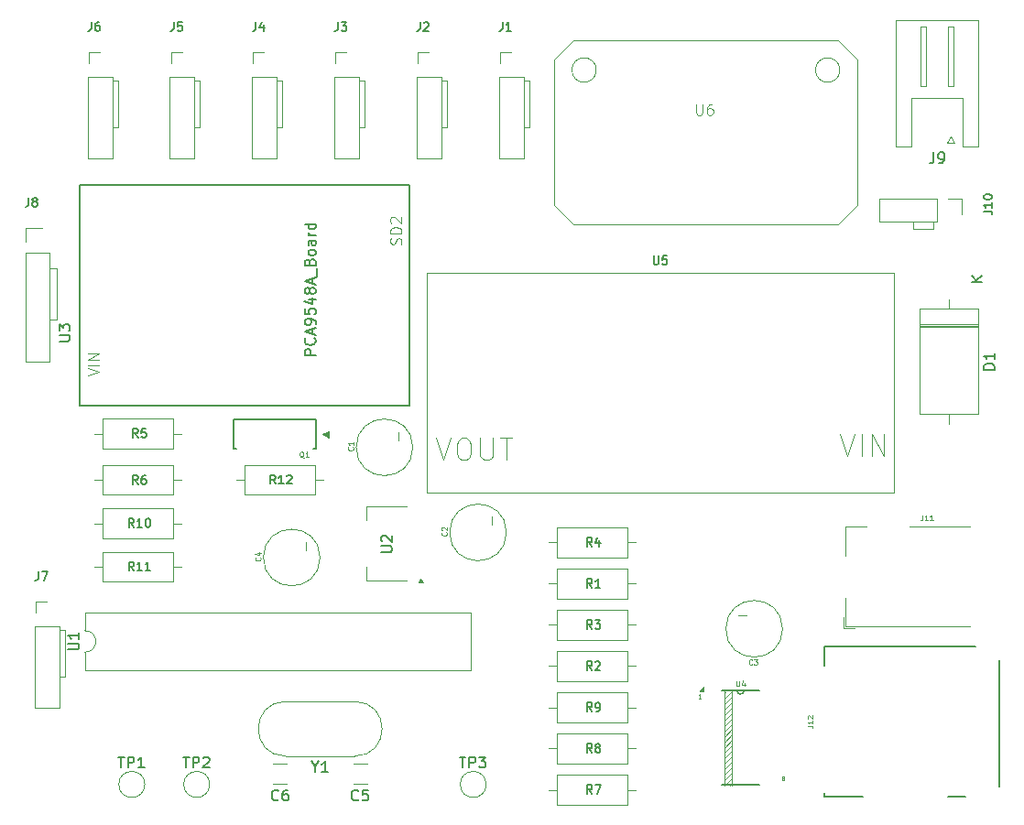
<source format=gbr>
%TF.GenerationSoftware,KiCad,Pcbnew,8.0.2*%
%TF.CreationDate,2024-12-06T15:03:26+07:00*%
%TF.ProjectId,bit-v5.1.1,6269742d-7635-42e3-912e-312e6b696361,rev?*%
%TF.SameCoordinates,Original*%
%TF.FileFunction,Legend,Top*%
%TF.FilePolarity,Positive*%
%FSLAX46Y46*%
G04 Gerber Fmt 4.6, Leading zero omitted, Abs format (unit mm)*
G04 Created by KiCad (PCBNEW 8.0.2) date 2024-12-06 15:03:26*
%MOMM*%
%LPD*%
G01*
G04 APERTURE LIST*
%ADD10C,0.100000*%
%ADD11C,0.150000*%
%ADD12C,0.160000*%
%ADD13C,0.080000*%
%ADD14C,0.127000*%
%ADD15C,0.120000*%
%ADD16C,0.152400*%
G04 APERTURE END LIST*
D10*
X138894880Y-104183728D02*
X138847261Y-104159919D01*
X138847261Y-104159919D02*
X138799642Y-104112300D01*
X138799642Y-104112300D02*
X138728214Y-104040871D01*
X138728214Y-104040871D02*
X138680595Y-104017061D01*
X138680595Y-104017061D02*
X138632976Y-104017061D01*
X138656785Y-104136109D02*
X138609166Y-104112300D01*
X138609166Y-104112300D02*
X138561547Y-104064680D01*
X138561547Y-104064680D02*
X138537738Y-103969442D01*
X138537738Y-103969442D02*
X138537738Y-103802776D01*
X138537738Y-103802776D02*
X138561547Y-103707538D01*
X138561547Y-103707538D02*
X138609166Y-103659919D01*
X138609166Y-103659919D02*
X138656785Y-103636109D01*
X138656785Y-103636109D02*
X138752023Y-103636109D01*
X138752023Y-103636109D02*
X138799642Y-103659919D01*
X138799642Y-103659919D02*
X138847261Y-103707538D01*
X138847261Y-103707538D02*
X138871071Y-103802776D01*
X138871071Y-103802776D02*
X138871071Y-103969442D01*
X138871071Y-103969442D02*
X138847261Y-104064680D01*
X138847261Y-104064680D02*
X138799642Y-104112300D01*
X138799642Y-104112300D02*
X138752023Y-104136109D01*
X138752023Y-104136109D02*
X138656785Y-104136109D01*
X139347262Y-104136109D02*
X139061548Y-104136109D01*
X139204405Y-104136109D02*
X139204405Y-103636109D01*
X139204405Y-103636109D02*
X139156786Y-103707538D01*
X139156786Y-103707538D02*
X139109167Y-103755157D01*
X139109167Y-103755157D02*
X139061548Y-103778966D01*
X134858490Y-113393333D02*
X134882300Y-113417142D01*
X134882300Y-113417142D02*
X134906109Y-113488571D01*
X134906109Y-113488571D02*
X134906109Y-113536190D01*
X134906109Y-113536190D02*
X134882300Y-113607618D01*
X134882300Y-113607618D02*
X134834680Y-113655237D01*
X134834680Y-113655237D02*
X134787061Y-113679047D01*
X134787061Y-113679047D02*
X134691823Y-113702856D01*
X134691823Y-113702856D02*
X134620395Y-113702856D01*
X134620395Y-113702856D02*
X134525157Y-113679047D01*
X134525157Y-113679047D02*
X134477538Y-113655237D01*
X134477538Y-113655237D02*
X134429919Y-113607618D01*
X134429919Y-113607618D02*
X134406109Y-113536190D01*
X134406109Y-113536190D02*
X134406109Y-113488571D01*
X134406109Y-113488571D02*
X134429919Y-113417142D01*
X134429919Y-113417142D02*
X134453728Y-113393333D01*
X134572776Y-112964761D02*
X134906109Y-112964761D01*
X134382300Y-113083809D02*
X134739442Y-113202856D01*
X134739442Y-113202856D02*
X134739442Y-112893333D01*
X139062166Y-112734515D02*
X139062166Y-111972611D01*
D11*
X121738095Y-131846819D02*
X122309523Y-131846819D01*
X122023809Y-132846819D02*
X122023809Y-131846819D01*
X122642857Y-132846819D02*
X122642857Y-131846819D01*
X122642857Y-131846819D02*
X123023809Y-131846819D01*
X123023809Y-131846819D02*
X123119047Y-131894438D01*
X123119047Y-131894438D02*
X123166666Y-131942057D01*
X123166666Y-131942057D02*
X123214285Y-132037295D01*
X123214285Y-132037295D02*
X123214285Y-132180152D01*
X123214285Y-132180152D02*
X123166666Y-132275390D01*
X123166666Y-132275390D02*
X123119047Y-132323009D01*
X123119047Y-132323009D02*
X123023809Y-132370628D01*
X123023809Y-132370628D02*
X122642857Y-132370628D01*
X124166666Y-132846819D02*
X123595238Y-132846819D01*
X123880952Y-132846819D02*
X123880952Y-131846819D01*
X123880952Y-131846819D02*
X123785714Y-131989676D01*
X123785714Y-131989676D02*
X123690476Y-132084914D01*
X123690476Y-132084914D02*
X123595238Y-132132533D01*
D12*
X142063333Y-63901775D02*
X142063333Y-64473203D01*
X142063333Y-64473203D02*
X142025238Y-64587489D01*
X142025238Y-64587489D02*
X141949047Y-64663680D01*
X141949047Y-64663680D02*
X141834762Y-64701775D01*
X141834762Y-64701775D02*
X141758571Y-64701775D01*
X142368095Y-63901775D02*
X142863333Y-63901775D01*
X142863333Y-63901775D02*
X142596667Y-64206537D01*
X142596667Y-64206537D02*
X142710952Y-64206537D01*
X142710952Y-64206537D02*
X142787143Y-64244632D01*
X142787143Y-64244632D02*
X142825238Y-64282727D01*
X142825238Y-64282727D02*
X142863333Y-64358918D01*
X142863333Y-64358918D02*
X142863333Y-64549394D01*
X142863333Y-64549394D02*
X142825238Y-64625584D01*
X142825238Y-64625584D02*
X142787143Y-64663680D01*
X142787143Y-64663680D02*
X142710952Y-64701775D01*
X142710952Y-64701775D02*
X142482381Y-64701775D01*
X142482381Y-64701775D02*
X142406190Y-64663680D01*
X142406190Y-64663680D02*
X142368095Y-64625584D01*
D10*
X178885362Y-124815794D02*
X178885362Y-125220556D01*
X178885362Y-125220556D02*
X178909172Y-125268175D01*
X178909172Y-125268175D02*
X178932981Y-125291985D01*
X178932981Y-125291985D02*
X178980600Y-125315794D01*
X178980600Y-125315794D02*
X179075838Y-125315794D01*
X179075838Y-125315794D02*
X179123457Y-125291985D01*
X179123457Y-125291985D02*
X179147267Y-125268175D01*
X179147267Y-125268175D02*
X179171076Y-125220556D01*
X179171076Y-125220556D02*
X179171076Y-124815794D01*
X179623458Y-124982461D02*
X179623458Y-125315794D01*
X179504410Y-124791985D02*
X179385363Y-125149127D01*
X179385363Y-125149127D02*
X179694886Y-125149127D01*
D13*
X183171326Y-133808001D02*
X183133231Y-133788953D01*
X183133231Y-133788953D02*
X183114184Y-133769905D01*
X183114184Y-133769905D02*
X183095136Y-133731810D01*
X183095136Y-133731810D02*
X183095136Y-133712763D01*
X183095136Y-133712763D02*
X183114184Y-133674667D01*
X183114184Y-133674667D02*
X183133231Y-133655620D01*
X183133231Y-133655620D02*
X183171326Y-133636572D01*
X183171326Y-133636572D02*
X183247517Y-133636572D01*
X183247517Y-133636572D02*
X183285612Y-133655620D01*
X183285612Y-133655620D02*
X183304660Y-133674667D01*
X183304660Y-133674667D02*
X183323707Y-133712763D01*
X183323707Y-133712763D02*
X183323707Y-133731810D01*
X183323707Y-133731810D02*
X183304660Y-133769905D01*
X183304660Y-133769905D02*
X183285612Y-133788953D01*
X183285612Y-133788953D02*
X183247517Y-133808001D01*
X183247517Y-133808001D02*
X183171326Y-133808001D01*
X183171326Y-133808001D02*
X183133231Y-133827048D01*
X183133231Y-133827048D02*
X183114184Y-133846096D01*
X183114184Y-133846096D02*
X183095136Y-133884191D01*
X183095136Y-133884191D02*
X183095136Y-133960382D01*
X183095136Y-133960382D02*
X183114184Y-133998477D01*
X183114184Y-133998477D02*
X183133231Y-134017525D01*
X183133231Y-134017525D02*
X183171326Y-134036572D01*
X183171326Y-134036572D02*
X183247517Y-134036572D01*
X183247517Y-134036572D02*
X183285612Y-134017525D01*
X183285612Y-134017525D02*
X183304660Y-133998477D01*
X183304660Y-133998477D02*
X183323707Y-133960382D01*
X183323707Y-133960382D02*
X183323707Y-133884191D01*
X183323707Y-133884191D02*
X183304660Y-133846096D01*
X183304660Y-133846096D02*
X183285612Y-133827048D01*
X183285612Y-133827048D02*
X183247517Y-133808001D01*
X175623707Y-126436572D02*
X175395136Y-126436572D01*
X175509422Y-126436572D02*
X175509422Y-126036572D01*
X175509422Y-126036572D02*
X175471326Y-126093715D01*
X175471326Y-126093715D02*
X175433231Y-126131810D01*
X175433231Y-126131810D02*
X175395136Y-126150858D01*
D11*
X117124819Y-121926904D02*
X117934342Y-121926904D01*
X117934342Y-121926904D02*
X118029580Y-121879285D01*
X118029580Y-121879285D02*
X118077200Y-121831666D01*
X118077200Y-121831666D02*
X118124819Y-121736428D01*
X118124819Y-121736428D02*
X118124819Y-121545952D01*
X118124819Y-121545952D02*
X118077200Y-121450714D01*
X118077200Y-121450714D02*
X118029580Y-121403095D01*
X118029580Y-121403095D02*
X117934342Y-121355476D01*
X117934342Y-121355476D02*
X117124819Y-121355476D01*
X118124819Y-120355476D02*
X118124819Y-120926904D01*
X118124819Y-120641190D02*
X117124819Y-120641190D01*
X117124819Y-120641190D02*
X117267676Y-120736428D01*
X117267676Y-120736428D02*
X117362914Y-120831666D01*
X117362914Y-120831666D02*
X117410533Y-120926904D01*
X197116666Y-75954819D02*
X197116666Y-76669104D01*
X197116666Y-76669104D02*
X197069047Y-76811961D01*
X197069047Y-76811961D02*
X196973809Y-76907200D01*
X196973809Y-76907200D02*
X196830952Y-76954819D01*
X196830952Y-76954819D02*
X196735714Y-76954819D01*
X197640476Y-76954819D02*
X197830952Y-76954819D01*
X197830952Y-76954819D02*
X197926190Y-76907200D01*
X197926190Y-76907200D02*
X197973809Y-76859580D01*
X197973809Y-76859580D02*
X198069047Y-76716723D01*
X198069047Y-76716723D02*
X198116666Y-76526247D01*
X198116666Y-76526247D02*
X198116666Y-76145295D01*
X198116666Y-76145295D02*
X198069047Y-76050057D01*
X198069047Y-76050057D02*
X198021428Y-76002438D01*
X198021428Y-76002438D02*
X197926190Y-75954819D01*
X197926190Y-75954819D02*
X197735714Y-75954819D01*
X197735714Y-75954819D02*
X197640476Y-76002438D01*
X197640476Y-76002438D02*
X197592857Y-76050057D01*
X197592857Y-76050057D02*
X197545238Y-76145295D01*
X197545238Y-76145295D02*
X197545238Y-76383390D01*
X197545238Y-76383390D02*
X197592857Y-76478628D01*
X197592857Y-76478628D02*
X197640476Y-76526247D01*
X197640476Y-76526247D02*
X197735714Y-76573866D01*
X197735714Y-76573866D02*
X197926190Y-76573866D01*
X197926190Y-76573866D02*
X198021428Y-76526247D01*
X198021428Y-76526247D02*
X198069047Y-76478628D01*
X198069047Y-76478628D02*
X198116666Y-76383390D01*
D12*
X123185714Y-110611775D02*
X122919047Y-110230822D01*
X122728571Y-110611775D02*
X122728571Y-109811775D01*
X122728571Y-109811775D02*
X123033333Y-109811775D01*
X123033333Y-109811775D02*
X123109523Y-109849870D01*
X123109523Y-109849870D02*
X123147618Y-109887965D01*
X123147618Y-109887965D02*
X123185714Y-109964156D01*
X123185714Y-109964156D02*
X123185714Y-110078441D01*
X123185714Y-110078441D02*
X123147618Y-110154632D01*
X123147618Y-110154632D02*
X123109523Y-110192727D01*
X123109523Y-110192727D02*
X123033333Y-110230822D01*
X123033333Y-110230822D02*
X122728571Y-110230822D01*
X123947618Y-110611775D02*
X123490475Y-110611775D01*
X123719047Y-110611775D02*
X123719047Y-109811775D01*
X123719047Y-109811775D02*
X123642856Y-109926060D01*
X123642856Y-109926060D02*
X123566666Y-110002251D01*
X123566666Y-110002251D02*
X123490475Y-110040346D01*
X124442857Y-109811775D02*
X124519047Y-109811775D01*
X124519047Y-109811775D02*
X124595238Y-109849870D01*
X124595238Y-109849870D02*
X124633333Y-109887965D01*
X124633333Y-109887965D02*
X124671428Y-109964156D01*
X124671428Y-109964156D02*
X124709523Y-110116537D01*
X124709523Y-110116537D02*
X124709523Y-110307013D01*
X124709523Y-110307013D02*
X124671428Y-110459394D01*
X124671428Y-110459394D02*
X124633333Y-110535584D01*
X124633333Y-110535584D02*
X124595238Y-110573680D01*
X124595238Y-110573680D02*
X124519047Y-110611775D01*
X124519047Y-110611775D02*
X124442857Y-110611775D01*
X124442857Y-110611775D02*
X124366666Y-110573680D01*
X124366666Y-110573680D02*
X124328571Y-110535584D01*
X124328571Y-110535584D02*
X124290476Y-110459394D01*
X124290476Y-110459394D02*
X124252380Y-110307013D01*
X124252380Y-110307013D02*
X124252380Y-110116537D01*
X124252380Y-110116537D02*
X124290476Y-109964156D01*
X124290476Y-109964156D02*
X124328571Y-109887965D01*
X124328571Y-109887965D02*
X124366666Y-109849870D01*
X124366666Y-109849870D02*
X124442857Y-109811775D01*
X123566667Y-102311775D02*
X123300000Y-101930822D01*
X123109524Y-102311775D02*
X123109524Y-101511775D01*
X123109524Y-101511775D02*
X123414286Y-101511775D01*
X123414286Y-101511775D02*
X123490476Y-101549870D01*
X123490476Y-101549870D02*
X123528571Y-101587965D01*
X123528571Y-101587965D02*
X123566667Y-101664156D01*
X123566667Y-101664156D02*
X123566667Y-101778441D01*
X123566667Y-101778441D02*
X123528571Y-101854632D01*
X123528571Y-101854632D02*
X123490476Y-101892727D01*
X123490476Y-101892727D02*
X123414286Y-101930822D01*
X123414286Y-101930822D02*
X123109524Y-101930822D01*
X124290476Y-101511775D02*
X123909524Y-101511775D01*
X123909524Y-101511775D02*
X123871428Y-101892727D01*
X123871428Y-101892727D02*
X123909524Y-101854632D01*
X123909524Y-101854632D02*
X123985714Y-101816537D01*
X123985714Y-101816537D02*
X124176190Y-101816537D01*
X124176190Y-101816537D02*
X124252381Y-101854632D01*
X124252381Y-101854632D02*
X124290476Y-101892727D01*
X124290476Y-101892727D02*
X124328571Y-101968918D01*
X124328571Y-101968918D02*
X124328571Y-102159394D01*
X124328571Y-102159394D02*
X124290476Y-102235584D01*
X124290476Y-102235584D02*
X124252381Y-102273680D01*
X124252381Y-102273680D02*
X124176190Y-102311775D01*
X124176190Y-102311775D02*
X123985714Y-102311775D01*
X123985714Y-102311775D02*
X123909524Y-102273680D01*
X123909524Y-102273680D02*
X123871428Y-102235584D01*
D11*
X136548333Y-135799580D02*
X136500714Y-135847200D01*
X136500714Y-135847200D02*
X136357857Y-135894819D01*
X136357857Y-135894819D02*
X136262619Y-135894819D01*
X136262619Y-135894819D02*
X136119762Y-135847200D01*
X136119762Y-135847200D02*
X136024524Y-135751961D01*
X136024524Y-135751961D02*
X135976905Y-135656723D01*
X135976905Y-135656723D02*
X135929286Y-135466247D01*
X135929286Y-135466247D02*
X135929286Y-135323390D01*
X135929286Y-135323390D02*
X135976905Y-135132914D01*
X135976905Y-135132914D02*
X136024524Y-135037676D01*
X136024524Y-135037676D02*
X136119762Y-134942438D01*
X136119762Y-134942438D02*
X136262619Y-134894819D01*
X136262619Y-134894819D02*
X136357857Y-134894819D01*
X136357857Y-134894819D02*
X136500714Y-134942438D01*
X136500714Y-134942438D02*
X136548333Y-134990057D01*
X137405476Y-134894819D02*
X137215000Y-134894819D01*
X137215000Y-134894819D02*
X137119762Y-134942438D01*
X137119762Y-134942438D02*
X137072143Y-134990057D01*
X137072143Y-134990057D02*
X136976905Y-135132914D01*
X136976905Y-135132914D02*
X136929286Y-135323390D01*
X136929286Y-135323390D02*
X136929286Y-135704342D01*
X136929286Y-135704342D02*
X136976905Y-135799580D01*
X136976905Y-135799580D02*
X137024524Y-135847200D01*
X137024524Y-135847200D02*
X137119762Y-135894819D01*
X137119762Y-135894819D02*
X137310238Y-135894819D01*
X137310238Y-135894819D02*
X137405476Y-135847200D01*
X137405476Y-135847200D02*
X137453095Y-135799580D01*
X137453095Y-135799580D02*
X137500714Y-135704342D01*
X137500714Y-135704342D02*
X137500714Y-135466247D01*
X137500714Y-135466247D02*
X137453095Y-135371009D01*
X137453095Y-135371009D02*
X137405476Y-135323390D01*
X137405476Y-135323390D02*
X137310238Y-135275771D01*
X137310238Y-135275771D02*
X137119762Y-135275771D01*
X137119762Y-135275771D02*
X137024524Y-135323390D01*
X137024524Y-135323390D02*
X136976905Y-135371009D01*
X136976905Y-135371009D02*
X136929286Y-135466247D01*
D12*
X123185714Y-114611775D02*
X122919047Y-114230822D01*
X122728571Y-114611775D02*
X122728571Y-113811775D01*
X122728571Y-113811775D02*
X123033333Y-113811775D01*
X123033333Y-113811775D02*
X123109523Y-113849870D01*
X123109523Y-113849870D02*
X123147618Y-113887965D01*
X123147618Y-113887965D02*
X123185714Y-113964156D01*
X123185714Y-113964156D02*
X123185714Y-114078441D01*
X123185714Y-114078441D02*
X123147618Y-114154632D01*
X123147618Y-114154632D02*
X123109523Y-114192727D01*
X123109523Y-114192727D02*
X123033333Y-114230822D01*
X123033333Y-114230822D02*
X122728571Y-114230822D01*
X123947618Y-114611775D02*
X123490475Y-114611775D01*
X123719047Y-114611775D02*
X123719047Y-113811775D01*
X123719047Y-113811775D02*
X123642856Y-113926060D01*
X123642856Y-113926060D02*
X123566666Y-114002251D01*
X123566666Y-114002251D02*
X123490475Y-114040346D01*
X124709523Y-114611775D02*
X124252380Y-114611775D01*
X124480952Y-114611775D02*
X124480952Y-113811775D01*
X124480952Y-113811775D02*
X124404761Y-113926060D01*
X124404761Y-113926060D02*
X124328571Y-114002251D01*
X124328571Y-114002251D02*
X124252380Y-114040346D01*
D11*
X146034819Y-112921904D02*
X146844342Y-112921904D01*
X146844342Y-112921904D02*
X146939580Y-112874285D01*
X146939580Y-112874285D02*
X146987200Y-112826666D01*
X146987200Y-112826666D02*
X147034819Y-112731428D01*
X147034819Y-112731428D02*
X147034819Y-112540952D01*
X147034819Y-112540952D02*
X146987200Y-112445714D01*
X146987200Y-112445714D02*
X146939580Y-112398095D01*
X146939580Y-112398095D02*
X146844342Y-112350476D01*
X146844342Y-112350476D02*
X146034819Y-112350476D01*
X146130057Y-111921904D02*
X146082438Y-111874285D01*
X146082438Y-111874285D02*
X146034819Y-111779047D01*
X146034819Y-111779047D02*
X146034819Y-111540952D01*
X146034819Y-111540952D02*
X146082438Y-111445714D01*
X146082438Y-111445714D02*
X146130057Y-111398095D01*
X146130057Y-111398095D02*
X146225295Y-111350476D01*
X146225295Y-111350476D02*
X146320533Y-111350476D01*
X146320533Y-111350476D02*
X146463390Y-111398095D01*
X146463390Y-111398095D02*
X147034819Y-111969523D01*
X147034819Y-111969523D02*
X147034819Y-111350476D01*
D12*
X165546667Y-127628707D02*
X165280000Y-127247754D01*
X165089524Y-127628707D02*
X165089524Y-126828707D01*
X165089524Y-126828707D02*
X165394286Y-126828707D01*
X165394286Y-126828707D02*
X165470476Y-126866802D01*
X165470476Y-126866802D02*
X165508571Y-126904897D01*
X165508571Y-126904897D02*
X165546667Y-126981088D01*
X165546667Y-126981088D02*
X165546667Y-127095373D01*
X165546667Y-127095373D02*
X165508571Y-127171564D01*
X165508571Y-127171564D02*
X165470476Y-127209659D01*
X165470476Y-127209659D02*
X165394286Y-127247754D01*
X165394286Y-127247754D02*
X165089524Y-127247754D01*
X165927619Y-127628707D02*
X166080000Y-127628707D01*
X166080000Y-127628707D02*
X166156190Y-127590612D01*
X166156190Y-127590612D02*
X166194286Y-127552516D01*
X166194286Y-127552516D02*
X166270476Y-127438231D01*
X166270476Y-127438231D02*
X166308571Y-127285850D01*
X166308571Y-127285850D02*
X166308571Y-126981088D01*
X166308571Y-126981088D02*
X166270476Y-126904897D01*
X166270476Y-126904897D02*
X166232381Y-126866802D01*
X166232381Y-126866802D02*
X166156190Y-126828707D01*
X166156190Y-126828707D02*
X166003809Y-126828707D01*
X166003809Y-126828707D02*
X165927619Y-126866802D01*
X165927619Y-126866802D02*
X165889524Y-126904897D01*
X165889524Y-126904897D02*
X165851428Y-126981088D01*
X165851428Y-126981088D02*
X165851428Y-127171564D01*
X165851428Y-127171564D02*
X165889524Y-127247754D01*
X165889524Y-127247754D02*
X165927619Y-127285850D01*
X165927619Y-127285850D02*
X166003809Y-127323945D01*
X166003809Y-127323945D02*
X166156190Y-127323945D01*
X166156190Y-127323945D02*
X166232381Y-127285850D01*
X166232381Y-127285850D02*
X166270476Y-127247754D01*
X166270476Y-127247754D02*
X166308571Y-127171564D01*
X136285714Y-106601775D02*
X136019047Y-106220822D01*
X135828571Y-106601775D02*
X135828571Y-105801775D01*
X135828571Y-105801775D02*
X136133333Y-105801775D01*
X136133333Y-105801775D02*
X136209523Y-105839870D01*
X136209523Y-105839870D02*
X136247618Y-105877965D01*
X136247618Y-105877965D02*
X136285714Y-105954156D01*
X136285714Y-105954156D02*
X136285714Y-106068441D01*
X136285714Y-106068441D02*
X136247618Y-106144632D01*
X136247618Y-106144632D02*
X136209523Y-106182727D01*
X136209523Y-106182727D02*
X136133333Y-106220822D01*
X136133333Y-106220822D02*
X135828571Y-106220822D01*
X137047618Y-106601775D02*
X136590475Y-106601775D01*
X136819047Y-106601775D02*
X136819047Y-105801775D01*
X136819047Y-105801775D02*
X136742856Y-105916060D01*
X136742856Y-105916060D02*
X136666666Y-105992251D01*
X136666666Y-105992251D02*
X136590475Y-106030346D01*
X137352380Y-105877965D02*
X137390476Y-105839870D01*
X137390476Y-105839870D02*
X137466666Y-105801775D01*
X137466666Y-105801775D02*
X137657142Y-105801775D01*
X137657142Y-105801775D02*
X137733333Y-105839870D01*
X137733333Y-105839870D02*
X137771428Y-105877965D01*
X137771428Y-105877965D02*
X137809523Y-105954156D01*
X137809523Y-105954156D02*
X137809523Y-106030346D01*
X137809523Y-106030346D02*
X137771428Y-106144632D01*
X137771428Y-106144632D02*
X137314285Y-106601775D01*
X137314285Y-106601775D02*
X137809523Y-106601775D01*
X165546667Y-123814474D02*
X165280000Y-123433521D01*
X165089524Y-123814474D02*
X165089524Y-123014474D01*
X165089524Y-123014474D02*
X165394286Y-123014474D01*
X165394286Y-123014474D02*
X165470476Y-123052569D01*
X165470476Y-123052569D02*
X165508571Y-123090664D01*
X165508571Y-123090664D02*
X165546667Y-123166855D01*
X165546667Y-123166855D02*
X165546667Y-123281140D01*
X165546667Y-123281140D02*
X165508571Y-123357331D01*
X165508571Y-123357331D02*
X165470476Y-123395426D01*
X165470476Y-123395426D02*
X165394286Y-123433521D01*
X165394286Y-123433521D02*
X165089524Y-123433521D01*
X165851428Y-123090664D02*
X165889524Y-123052569D01*
X165889524Y-123052569D02*
X165965714Y-123014474D01*
X165965714Y-123014474D02*
X166156190Y-123014474D01*
X166156190Y-123014474D02*
X166232381Y-123052569D01*
X166232381Y-123052569D02*
X166270476Y-123090664D01*
X166270476Y-123090664D02*
X166308571Y-123166855D01*
X166308571Y-123166855D02*
X166308571Y-123243045D01*
X166308571Y-123243045D02*
X166270476Y-123357331D01*
X166270476Y-123357331D02*
X165813333Y-123814474D01*
X165813333Y-123814474D02*
X166308571Y-123814474D01*
X165546667Y-116186008D02*
X165280000Y-115805055D01*
X165089524Y-116186008D02*
X165089524Y-115386008D01*
X165089524Y-115386008D02*
X165394286Y-115386008D01*
X165394286Y-115386008D02*
X165470476Y-115424103D01*
X165470476Y-115424103D02*
X165508571Y-115462198D01*
X165508571Y-115462198D02*
X165546667Y-115538389D01*
X165546667Y-115538389D02*
X165546667Y-115652674D01*
X165546667Y-115652674D02*
X165508571Y-115728865D01*
X165508571Y-115728865D02*
X165470476Y-115766960D01*
X165470476Y-115766960D02*
X165394286Y-115805055D01*
X165394286Y-115805055D02*
X165089524Y-115805055D01*
X166308571Y-116186008D02*
X165851428Y-116186008D01*
X166080000Y-116186008D02*
X166080000Y-115386008D01*
X166080000Y-115386008D02*
X166003809Y-115500293D01*
X166003809Y-115500293D02*
X165927619Y-115576484D01*
X165927619Y-115576484D02*
X165851428Y-115614579D01*
X157263333Y-63901775D02*
X157263333Y-64473203D01*
X157263333Y-64473203D02*
X157225238Y-64587489D01*
X157225238Y-64587489D02*
X157149047Y-64663680D01*
X157149047Y-64663680D02*
X157034762Y-64701775D01*
X157034762Y-64701775D02*
X156958571Y-64701775D01*
X158063333Y-64701775D02*
X157606190Y-64701775D01*
X157834762Y-64701775D02*
X157834762Y-63901775D01*
X157834762Y-63901775D02*
X157758571Y-64016060D01*
X157758571Y-64016060D02*
X157682381Y-64092251D01*
X157682381Y-64092251D02*
X157606190Y-64130346D01*
X149663333Y-63901775D02*
X149663333Y-64473203D01*
X149663333Y-64473203D02*
X149625238Y-64587489D01*
X149625238Y-64587489D02*
X149549047Y-64663680D01*
X149549047Y-64663680D02*
X149434762Y-64701775D01*
X149434762Y-64701775D02*
X149358571Y-64701775D01*
X150006190Y-63977965D02*
X150044286Y-63939870D01*
X150044286Y-63939870D02*
X150120476Y-63901775D01*
X150120476Y-63901775D02*
X150310952Y-63901775D01*
X150310952Y-63901775D02*
X150387143Y-63939870D01*
X150387143Y-63939870D02*
X150425238Y-63977965D01*
X150425238Y-63977965D02*
X150463333Y-64054156D01*
X150463333Y-64054156D02*
X150463333Y-64130346D01*
X150463333Y-64130346D02*
X150425238Y-64244632D01*
X150425238Y-64244632D02*
X149968095Y-64701775D01*
X149968095Y-64701775D02*
X150463333Y-64701775D01*
D11*
X127738095Y-131846819D02*
X128309523Y-131846819D01*
X128023809Y-132846819D02*
X128023809Y-131846819D01*
X128642857Y-132846819D02*
X128642857Y-131846819D01*
X128642857Y-131846819D02*
X129023809Y-131846819D01*
X129023809Y-131846819D02*
X129119047Y-131894438D01*
X129119047Y-131894438D02*
X129166666Y-131942057D01*
X129166666Y-131942057D02*
X129214285Y-132037295D01*
X129214285Y-132037295D02*
X129214285Y-132180152D01*
X129214285Y-132180152D02*
X129166666Y-132275390D01*
X129166666Y-132275390D02*
X129119047Y-132323009D01*
X129119047Y-132323009D02*
X129023809Y-132370628D01*
X129023809Y-132370628D02*
X128642857Y-132370628D01*
X129595238Y-131942057D02*
X129642857Y-131894438D01*
X129642857Y-131894438D02*
X129738095Y-131846819D01*
X129738095Y-131846819D02*
X129976190Y-131846819D01*
X129976190Y-131846819D02*
X130071428Y-131894438D01*
X130071428Y-131894438D02*
X130119047Y-131942057D01*
X130119047Y-131942057D02*
X130166666Y-132037295D01*
X130166666Y-132037295D02*
X130166666Y-132132533D01*
X130166666Y-132132533D02*
X130119047Y-132275390D01*
X130119047Y-132275390D02*
X129547619Y-132846819D01*
X129547619Y-132846819D02*
X130166666Y-132846819D01*
D12*
X165546667Y-135257175D02*
X165280000Y-134876222D01*
X165089524Y-135257175D02*
X165089524Y-134457175D01*
X165089524Y-134457175D02*
X165394286Y-134457175D01*
X165394286Y-134457175D02*
X165470476Y-134495270D01*
X165470476Y-134495270D02*
X165508571Y-134533365D01*
X165508571Y-134533365D02*
X165546667Y-134609556D01*
X165546667Y-134609556D02*
X165546667Y-134723841D01*
X165546667Y-134723841D02*
X165508571Y-134800032D01*
X165508571Y-134800032D02*
X165470476Y-134838127D01*
X165470476Y-134838127D02*
X165394286Y-134876222D01*
X165394286Y-134876222D02*
X165089524Y-134876222D01*
X165813333Y-134457175D02*
X166346667Y-134457175D01*
X166346667Y-134457175D02*
X166003809Y-135257175D01*
D11*
X153298095Y-131846819D02*
X153869523Y-131846819D01*
X153583809Y-132846819D02*
X153583809Y-131846819D01*
X154202857Y-132846819D02*
X154202857Y-131846819D01*
X154202857Y-131846819D02*
X154583809Y-131846819D01*
X154583809Y-131846819D02*
X154679047Y-131894438D01*
X154679047Y-131894438D02*
X154726666Y-131942057D01*
X154726666Y-131942057D02*
X154774285Y-132037295D01*
X154774285Y-132037295D02*
X154774285Y-132180152D01*
X154774285Y-132180152D02*
X154726666Y-132275390D01*
X154726666Y-132275390D02*
X154679047Y-132323009D01*
X154679047Y-132323009D02*
X154583809Y-132370628D01*
X154583809Y-132370628D02*
X154202857Y-132370628D01*
X155107619Y-131846819D02*
X155726666Y-131846819D01*
X155726666Y-131846819D02*
X155393333Y-132227771D01*
X155393333Y-132227771D02*
X155536190Y-132227771D01*
X155536190Y-132227771D02*
X155631428Y-132275390D01*
X155631428Y-132275390D02*
X155679047Y-132323009D01*
X155679047Y-132323009D02*
X155726666Y-132418247D01*
X155726666Y-132418247D02*
X155726666Y-132656342D01*
X155726666Y-132656342D02*
X155679047Y-132751580D01*
X155679047Y-132751580D02*
X155631428Y-132799200D01*
X155631428Y-132799200D02*
X155536190Y-132846819D01*
X155536190Y-132846819D02*
X155250476Y-132846819D01*
X155250476Y-132846819D02*
X155155238Y-132799200D01*
X155155238Y-132799200D02*
X155107619Y-132751580D01*
D10*
X196094238Y-109486109D02*
X196094238Y-109843252D01*
X196094238Y-109843252D02*
X196070429Y-109914680D01*
X196070429Y-109914680D02*
X196022810Y-109962300D01*
X196022810Y-109962300D02*
X195951381Y-109986109D01*
X195951381Y-109986109D02*
X195903762Y-109986109D01*
X196594238Y-109986109D02*
X196308524Y-109986109D01*
X196451381Y-109986109D02*
X196451381Y-109486109D01*
X196451381Y-109486109D02*
X196403762Y-109557538D01*
X196403762Y-109557538D02*
X196356143Y-109605157D01*
X196356143Y-109605157D02*
X196308524Y-109628966D01*
X197070428Y-109986109D02*
X196784714Y-109986109D01*
X196927571Y-109986109D02*
X196927571Y-109486109D01*
X196927571Y-109486109D02*
X196879952Y-109557538D01*
X196879952Y-109557538D02*
X196832333Y-109605157D01*
X196832333Y-109605157D02*
X196784714Y-109628966D01*
D12*
X126863333Y-63901775D02*
X126863333Y-64473203D01*
X126863333Y-64473203D02*
X126825238Y-64587489D01*
X126825238Y-64587489D02*
X126749047Y-64663680D01*
X126749047Y-64663680D02*
X126634762Y-64701775D01*
X126634762Y-64701775D02*
X126558571Y-64701775D01*
X127625238Y-63901775D02*
X127244286Y-63901775D01*
X127244286Y-63901775D02*
X127206190Y-64282727D01*
X127206190Y-64282727D02*
X127244286Y-64244632D01*
X127244286Y-64244632D02*
X127320476Y-64206537D01*
X127320476Y-64206537D02*
X127510952Y-64206537D01*
X127510952Y-64206537D02*
X127587143Y-64244632D01*
X127587143Y-64244632D02*
X127625238Y-64282727D01*
X127625238Y-64282727D02*
X127663333Y-64358918D01*
X127663333Y-64358918D02*
X127663333Y-64549394D01*
X127663333Y-64549394D02*
X127625238Y-64625584D01*
X127625238Y-64625584D02*
X127587143Y-64663680D01*
X127587143Y-64663680D02*
X127510952Y-64701775D01*
X127510952Y-64701775D02*
X127320476Y-64701775D01*
X127320476Y-64701775D02*
X127244286Y-64663680D01*
X127244286Y-64663680D02*
X127206190Y-64625584D01*
D10*
X152088490Y-111073333D02*
X152112300Y-111097142D01*
X152112300Y-111097142D02*
X152136109Y-111168571D01*
X152136109Y-111168571D02*
X152136109Y-111216190D01*
X152136109Y-111216190D02*
X152112300Y-111287618D01*
X152112300Y-111287618D02*
X152064680Y-111335237D01*
X152064680Y-111335237D02*
X152017061Y-111359047D01*
X152017061Y-111359047D02*
X151921823Y-111382856D01*
X151921823Y-111382856D02*
X151850395Y-111382856D01*
X151850395Y-111382856D02*
X151755157Y-111359047D01*
X151755157Y-111359047D02*
X151707538Y-111335237D01*
X151707538Y-111335237D02*
X151659919Y-111287618D01*
X151659919Y-111287618D02*
X151636109Y-111216190D01*
X151636109Y-111216190D02*
X151636109Y-111168571D01*
X151636109Y-111168571D02*
X151659919Y-111097142D01*
X151659919Y-111097142D02*
X151683728Y-111073333D01*
X151683728Y-110882856D02*
X151659919Y-110859047D01*
X151659919Y-110859047D02*
X151636109Y-110811428D01*
X151636109Y-110811428D02*
X151636109Y-110692380D01*
X151636109Y-110692380D02*
X151659919Y-110644761D01*
X151659919Y-110644761D02*
X151683728Y-110620952D01*
X151683728Y-110620952D02*
X151731347Y-110597142D01*
X151731347Y-110597142D02*
X151778966Y-110597142D01*
X151778966Y-110597142D02*
X151850395Y-110620952D01*
X151850395Y-110620952D02*
X152136109Y-110906666D01*
X152136109Y-110906666D02*
X152136109Y-110597142D01*
X156292166Y-110414515D02*
X156292166Y-109652611D01*
D12*
X165546667Y-120000241D02*
X165280000Y-119619288D01*
X165089524Y-120000241D02*
X165089524Y-119200241D01*
X165089524Y-119200241D02*
X165394286Y-119200241D01*
X165394286Y-119200241D02*
X165470476Y-119238336D01*
X165470476Y-119238336D02*
X165508571Y-119276431D01*
X165508571Y-119276431D02*
X165546667Y-119352622D01*
X165546667Y-119352622D02*
X165546667Y-119466907D01*
X165546667Y-119466907D02*
X165508571Y-119543098D01*
X165508571Y-119543098D02*
X165470476Y-119581193D01*
X165470476Y-119581193D02*
X165394286Y-119619288D01*
X165394286Y-119619288D02*
X165089524Y-119619288D01*
X165813333Y-119200241D02*
X166308571Y-119200241D01*
X166308571Y-119200241D02*
X166041905Y-119505003D01*
X166041905Y-119505003D02*
X166156190Y-119505003D01*
X166156190Y-119505003D02*
X166232381Y-119543098D01*
X166232381Y-119543098D02*
X166270476Y-119581193D01*
X166270476Y-119581193D02*
X166308571Y-119657384D01*
X166308571Y-119657384D02*
X166308571Y-119847860D01*
X166308571Y-119847860D02*
X166270476Y-119924050D01*
X166270476Y-119924050D02*
X166232381Y-119962146D01*
X166232381Y-119962146D02*
X166156190Y-120000241D01*
X166156190Y-120000241D02*
X165927619Y-120000241D01*
X165927619Y-120000241D02*
X165851428Y-119962146D01*
X165851428Y-119962146D02*
X165813333Y-119924050D01*
X113458333Y-80161775D02*
X113458333Y-80733203D01*
X113458333Y-80733203D02*
X113420238Y-80847489D01*
X113420238Y-80847489D02*
X113344047Y-80923680D01*
X113344047Y-80923680D02*
X113229762Y-80961775D01*
X113229762Y-80961775D02*
X113153571Y-80961775D01*
X113953571Y-80504632D02*
X113877381Y-80466537D01*
X113877381Y-80466537D02*
X113839286Y-80428441D01*
X113839286Y-80428441D02*
X113801190Y-80352251D01*
X113801190Y-80352251D02*
X113801190Y-80314156D01*
X113801190Y-80314156D02*
X113839286Y-80237965D01*
X113839286Y-80237965D02*
X113877381Y-80199870D01*
X113877381Y-80199870D02*
X113953571Y-80161775D01*
X113953571Y-80161775D02*
X114105952Y-80161775D01*
X114105952Y-80161775D02*
X114182143Y-80199870D01*
X114182143Y-80199870D02*
X114220238Y-80237965D01*
X114220238Y-80237965D02*
X114258333Y-80314156D01*
X114258333Y-80314156D02*
X114258333Y-80352251D01*
X114258333Y-80352251D02*
X114220238Y-80428441D01*
X114220238Y-80428441D02*
X114182143Y-80466537D01*
X114182143Y-80466537D02*
X114105952Y-80504632D01*
X114105952Y-80504632D02*
X113953571Y-80504632D01*
X113953571Y-80504632D02*
X113877381Y-80542727D01*
X113877381Y-80542727D02*
X113839286Y-80580822D01*
X113839286Y-80580822D02*
X113801190Y-80657013D01*
X113801190Y-80657013D02*
X113801190Y-80809394D01*
X113801190Y-80809394D02*
X113839286Y-80885584D01*
X113839286Y-80885584D02*
X113877381Y-80923680D01*
X113877381Y-80923680D02*
X113953571Y-80961775D01*
X113953571Y-80961775D02*
X114105952Y-80961775D01*
X114105952Y-80961775D02*
X114182143Y-80923680D01*
X114182143Y-80923680D02*
X114220238Y-80885584D01*
X114220238Y-80885584D02*
X114258333Y-80809394D01*
X114258333Y-80809394D02*
X114258333Y-80657013D01*
X114258333Y-80657013D02*
X114220238Y-80580822D01*
X114220238Y-80580822D02*
X114182143Y-80542727D01*
X114182143Y-80542727D02*
X114105952Y-80504632D01*
D10*
X180350466Y-123278490D02*
X180326657Y-123302300D01*
X180326657Y-123302300D02*
X180255228Y-123326109D01*
X180255228Y-123326109D02*
X180207609Y-123326109D01*
X180207609Y-123326109D02*
X180136181Y-123302300D01*
X180136181Y-123302300D02*
X180088562Y-123254680D01*
X180088562Y-123254680D02*
X180064752Y-123207061D01*
X180064752Y-123207061D02*
X180040943Y-123111823D01*
X180040943Y-123111823D02*
X180040943Y-123040395D01*
X180040943Y-123040395D02*
X180064752Y-122945157D01*
X180064752Y-122945157D02*
X180088562Y-122897538D01*
X180088562Y-122897538D02*
X180136181Y-122849919D01*
X180136181Y-122849919D02*
X180207609Y-122826109D01*
X180207609Y-122826109D02*
X180255228Y-122826109D01*
X180255228Y-122826109D02*
X180326657Y-122849919D01*
X180326657Y-122849919D02*
X180350466Y-122873728D01*
X180517133Y-122826109D02*
X180826657Y-122826109D01*
X180826657Y-122826109D02*
X180659990Y-123016585D01*
X180659990Y-123016585D02*
X180731419Y-123016585D01*
X180731419Y-123016585D02*
X180779038Y-123040395D01*
X180779038Y-123040395D02*
X180802847Y-123064204D01*
X180802847Y-123064204D02*
X180826657Y-123111823D01*
X180826657Y-123111823D02*
X180826657Y-123230871D01*
X180826657Y-123230871D02*
X180802847Y-123278490D01*
X180802847Y-123278490D02*
X180779038Y-123302300D01*
X180779038Y-123302300D02*
X180731419Y-123326109D01*
X180731419Y-123326109D02*
X180588562Y-123326109D01*
X180588562Y-123326109D02*
X180540943Y-123302300D01*
X180540943Y-123302300D02*
X180517133Y-123278490D01*
X179858315Y-118717833D02*
X179096411Y-118717833D01*
X143438490Y-103203333D02*
X143462300Y-103227142D01*
X143462300Y-103227142D02*
X143486109Y-103298571D01*
X143486109Y-103298571D02*
X143486109Y-103346190D01*
X143486109Y-103346190D02*
X143462300Y-103417618D01*
X143462300Y-103417618D02*
X143414680Y-103465237D01*
X143414680Y-103465237D02*
X143367061Y-103489047D01*
X143367061Y-103489047D02*
X143271823Y-103512856D01*
X143271823Y-103512856D02*
X143200395Y-103512856D01*
X143200395Y-103512856D02*
X143105157Y-103489047D01*
X143105157Y-103489047D02*
X143057538Y-103465237D01*
X143057538Y-103465237D02*
X143009919Y-103417618D01*
X143009919Y-103417618D02*
X142986109Y-103346190D01*
X142986109Y-103346190D02*
X142986109Y-103298571D01*
X142986109Y-103298571D02*
X143009919Y-103227142D01*
X143009919Y-103227142D02*
X143033728Y-103203333D01*
X143486109Y-102727142D02*
X143486109Y-103012856D01*
X143486109Y-102869999D02*
X142986109Y-102869999D01*
X142986109Y-102869999D02*
X143057538Y-102917618D01*
X143057538Y-102917618D02*
X143105157Y-102965237D01*
X143105157Y-102965237D02*
X143128966Y-103012856D01*
X147642166Y-102544515D02*
X147642166Y-101782611D01*
D12*
X123566667Y-106611775D02*
X123300000Y-106230822D01*
X123109524Y-106611775D02*
X123109524Y-105811775D01*
X123109524Y-105811775D02*
X123414286Y-105811775D01*
X123414286Y-105811775D02*
X123490476Y-105849870D01*
X123490476Y-105849870D02*
X123528571Y-105887965D01*
X123528571Y-105887965D02*
X123566667Y-105964156D01*
X123566667Y-105964156D02*
X123566667Y-106078441D01*
X123566667Y-106078441D02*
X123528571Y-106154632D01*
X123528571Y-106154632D02*
X123490476Y-106192727D01*
X123490476Y-106192727D02*
X123414286Y-106230822D01*
X123414286Y-106230822D02*
X123109524Y-106230822D01*
X124252381Y-105811775D02*
X124100000Y-105811775D01*
X124100000Y-105811775D02*
X124023809Y-105849870D01*
X124023809Y-105849870D02*
X123985714Y-105887965D01*
X123985714Y-105887965D02*
X123909524Y-106002251D01*
X123909524Y-106002251D02*
X123871428Y-106154632D01*
X123871428Y-106154632D02*
X123871428Y-106459394D01*
X123871428Y-106459394D02*
X123909524Y-106535584D01*
X123909524Y-106535584D02*
X123947619Y-106573680D01*
X123947619Y-106573680D02*
X124023809Y-106611775D01*
X124023809Y-106611775D02*
X124176190Y-106611775D01*
X124176190Y-106611775D02*
X124252381Y-106573680D01*
X124252381Y-106573680D02*
X124290476Y-106535584D01*
X124290476Y-106535584D02*
X124328571Y-106459394D01*
X124328571Y-106459394D02*
X124328571Y-106268918D01*
X124328571Y-106268918D02*
X124290476Y-106192727D01*
X124290476Y-106192727D02*
X124252381Y-106154632D01*
X124252381Y-106154632D02*
X124176190Y-106116537D01*
X124176190Y-106116537D02*
X124023809Y-106116537D01*
X124023809Y-106116537D02*
X123947619Y-106154632D01*
X123947619Y-106154632D02*
X123909524Y-106192727D01*
X123909524Y-106192727D02*
X123871428Y-106268918D01*
D10*
X185456109Y-128999761D02*
X185813252Y-128999761D01*
X185813252Y-128999761D02*
X185884680Y-129023570D01*
X185884680Y-129023570D02*
X185932300Y-129071189D01*
X185932300Y-129071189D02*
X185956109Y-129142618D01*
X185956109Y-129142618D02*
X185956109Y-129190237D01*
X185956109Y-128499761D02*
X185956109Y-128785475D01*
X185956109Y-128642618D02*
X185456109Y-128642618D01*
X185456109Y-128642618D02*
X185527538Y-128690237D01*
X185527538Y-128690237D02*
X185575157Y-128737856D01*
X185575157Y-128737856D02*
X185598966Y-128785475D01*
X185503728Y-128309285D02*
X185479919Y-128285476D01*
X185479919Y-128285476D02*
X185456109Y-128237857D01*
X185456109Y-128237857D02*
X185456109Y-128118809D01*
X185456109Y-128118809D02*
X185479919Y-128071190D01*
X185479919Y-128071190D02*
X185503728Y-128047381D01*
X185503728Y-128047381D02*
X185551347Y-128023571D01*
X185551347Y-128023571D02*
X185598966Y-128023571D01*
X185598966Y-128023571D02*
X185670395Y-128047381D01*
X185670395Y-128047381D02*
X185956109Y-128333095D01*
X185956109Y-128333095D02*
X185956109Y-128023571D01*
D12*
X165546667Y-112371775D02*
X165280000Y-111990822D01*
X165089524Y-112371775D02*
X165089524Y-111571775D01*
X165089524Y-111571775D02*
X165394286Y-111571775D01*
X165394286Y-111571775D02*
X165470476Y-111609870D01*
X165470476Y-111609870D02*
X165508571Y-111647965D01*
X165508571Y-111647965D02*
X165546667Y-111724156D01*
X165546667Y-111724156D02*
X165546667Y-111838441D01*
X165546667Y-111838441D02*
X165508571Y-111914632D01*
X165508571Y-111914632D02*
X165470476Y-111952727D01*
X165470476Y-111952727D02*
X165394286Y-111990822D01*
X165394286Y-111990822D02*
X165089524Y-111990822D01*
X166232381Y-111838441D02*
X166232381Y-112371775D01*
X166041905Y-111533680D02*
X165851428Y-112105108D01*
X165851428Y-112105108D02*
X166346667Y-112105108D01*
X114371933Y-114711775D02*
X114371933Y-115283203D01*
X114371933Y-115283203D02*
X114333838Y-115397489D01*
X114333838Y-115397489D02*
X114257647Y-115473680D01*
X114257647Y-115473680D02*
X114143362Y-115511775D01*
X114143362Y-115511775D02*
X114067171Y-115511775D01*
X114676695Y-114711775D02*
X115210029Y-114711775D01*
X115210029Y-114711775D02*
X114867171Y-115511775D01*
X119263333Y-63901775D02*
X119263333Y-64473203D01*
X119263333Y-64473203D02*
X119225238Y-64587489D01*
X119225238Y-64587489D02*
X119149047Y-64663680D01*
X119149047Y-64663680D02*
X119034762Y-64701775D01*
X119034762Y-64701775D02*
X118958571Y-64701775D01*
X119987143Y-63901775D02*
X119834762Y-63901775D01*
X119834762Y-63901775D02*
X119758571Y-63939870D01*
X119758571Y-63939870D02*
X119720476Y-63977965D01*
X119720476Y-63977965D02*
X119644286Y-64092251D01*
X119644286Y-64092251D02*
X119606190Y-64244632D01*
X119606190Y-64244632D02*
X119606190Y-64549394D01*
X119606190Y-64549394D02*
X119644286Y-64625584D01*
X119644286Y-64625584D02*
X119682381Y-64663680D01*
X119682381Y-64663680D02*
X119758571Y-64701775D01*
X119758571Y-64701775D02*
X119910952Y-64701775D01*
X119910952Y-64701775D02*
X119987143Y-64663680D01*
X119987143Y-64663680D02*
X120025238Y-64625584D01*
X120025238Y-64625584D02*
X120063333Y-64549394D01*
X120063333Y-64549394D02*
X120063333Y-64358918D01*
X120063333Y-64358918D02*
X120025238Y-64282727D01*
X120025238Y-64282727D02*
X119987143Y-64244632D01*
X119987143Y-64244632D02*
X119910952Y-64206537D01*
X119910952Y-64206537D02*
X119758571Y-64206537D01*
X119758571Y-64206537D02*
X119682381Y-64244632D01*
X119682381Y-64244632D02*
X119644286Y-64282727D01*
X119644286Y-64282727D02*
X119606190Y-64358918D01*
X201721775Y-81397619D02*
X202293203Y-81397619D01*
X202293203Y-81397619D02*
X202407489Y-81435714D01*
X202407489Y-81435714D02*
X202483680Y-81511905D01*
X202483680Y-81511905D02*
X202521775Y-81626190D01*
X202521775Y-81626190D02*
X202521775Y-81702381D01*
X202521775Y-80597619D02*
X202521775Y-81054762D01*
X202521775Y-80826190D02*
X201721775Y-80826190D01*
X201721775Y-80826190D02*
X201836060Y-80902381D01*
X201836060Y-80902381D02*
X201912251Y-80978571D01*
X201912251Y-80978571D02*
X201950346Y-81054762D01*
X201721775Y-80102380D02*
X201721775Y-80026190D01*
X201721775Y-80026190D02*
X201759870Y-79949999D01*
X201759870Y-79949999D02*
X201797965Y-79911904D01*
X201797965Y-79911904D02*
X201874156Y-79873809D01*
X201874156Y-79873809D02*
X202026537Y-79835714D01*
X202026537Y-79835714D02*
X202217013Y-79835714D01*
X202217013Y-79835714D02*
X202369394Y-79873809D01*
X202369394Y-79873809D02*
X202445584Y-79911904D01*
X202445584Y-79911904D02*
X202483680Y-79949999D01*
X202483680Y-79949999D02*
X202521775Y-80026190D01*
X202521775Y-80026190D02*
X202521775Y-80102380D01*
X202521775Y-80102380D02*
X202483680Y-80178571D01*
X202483680Y-80178571D02*
X202445584Y-80216666D01*
X202445584Y-80216666D02*
X202369394Y-80254761D01*
X202369394Y-80254761D02*
X202217013Y-80292857D01*
X202217013Y-80292857D02*
X202026537Y-80292857D01*
X202026537Y-80292857D02*
X201874156Y-80254761D01*
X201874156Y-80254761D02*
X201797965Y-80216666D01*
X201797965Y-80216666D02*
X201759870Y-80178571D01*
X201759870Y-80178571D02*
X201721775Y-80102380D01*
X165546667Y-131431775D02*
X165280000Y-131050822D01*
X165089524Y-131431775D02*
X165089524Y-130631775D01*
X165089524Y-130631775D02*
X165394286Y-130631775D01*
X165394286Y-130631775D02*
X165470476Y-130669870D01*
X165470476Y-130669870D02*
X165508571Y-130707965D01*
X165508571Y-130707965D02*
X165546667Y-130784156D01*
X165546667Y-130784156D02*
X165546667Y-130898441D01*
X165546667Y-130898441D02*
X165508571Y-130974632D01*
X165508571Y-130974632D02*
X165470476Y-131012727D01*
X165470476Y-131012727D02*
X165394286Y-131050822D01*
X165394286Y-131050822D02*
X165089524Y-131050822D01*
X166003809Y-130974632D02*
X165927619Y-130936537D01*
X165927619Y-130936537D02*
X165889524Y-130898441D01*
X165889524Y-130898441D02*
X165851428Y-130822251D01*
X165851428Y-130822251D02*
X165851428Y-130784156D01*
X165851428Y-130784156D02*
X165889524Y-130707965D01*
X165889524Y-130707965D02*
X165927619Y-130669870D01*
X165927619Y-130669870D02*
X166003809Y-130631775D01*
X166003809Y-130631775D02*
X166156190Y-130631775D01*
X166156190Y-130631775D02*
X166232381Y-130669870D01*
X166232381Y-130669870D02*
X166270476Y-130707965D01*
X166270476Y-130707965D02*
X166308571Y-130784156D01*
X166308571Y-130784156D02*
X166308571Y-130822251D01*
X166308571Y-130822251D02*
X166270476Y-130898441D01*
X166270476Y-130898441D02*
X166232381Y-130936537D01*
X166232381Y-130936537D02*
X166156190Y-130974632D01*
X166156190Y-130974632D02*
X166003809Y-130974632D01*
X166003809Y-130974632D02*
X165927619Y-131012727D01*
X165927619Y-131012727D02*
X165889524Y-131050822D01*
X165889524Y-131050822D02*
X165851428Y-131127013D01*
X165851428Y-131127013D02*
X165851428Y-131279394D01*
X165851428Y-131279394D02*
X165889524Y-131355584D01*
X165889524Y-131355584D02*
X165927619Y-131393680D01*
X165927619Y-131393680D02*
X166003809Y-131431775D01*
X166003809Y-131431775D02*
X166156190Y-131431775D01*
X166156190Y-131431775D02*
X166232381Y-131393680D01*
X166232381Y-131393680D02*
X166270476Y-131355584D01*
X166270476Y-131355584D02*
X166308571Y-131279394D01*
X166308571Y-131279394D02*
X166308571Y-131127013D01*
X166308571Y-131127013D02*
X166270476Y-131050822D01*
X166270476Y-131050822D02*
X166232381Y-131012727D01*
X166232381Y-131012727D02*
X166156190Y-130974632D01*
D11*
X143943333Y-135789580D02*
X143895714Y-135837200D01*
X143895714Y-135837200D02*
X143752857Y-135884819D01*
X143752857Y-135884819D02*
X143657619Y-135884819D01*
X143657619Y-135884819D02*
X143514762Y-135837200D01*
X143514762Y-135837200D02*
X143419524Y-135741961D01*
X143419524Y-135741961D02*
X143371905Y-135646723D01*
X143371905Y-135646723D02*
X143324286Y-135456247D01*
X143324286Y-135456247D02*
X143324286Y-135313390D01*
X143324286Y-135313390D02*
X143371905Y-135122914D01*
X143371905Y-135122914D02*
X143419524Y-135027676D01*
X143419524Y-135027676D02*
X143514762Y-134932438D01*
X143514762Y-134932438D02*
X143657619Y-134884819D01*
X143657619Y-134884819D02*
X143752857Y-134884819D01*
X143752857Y-134884819D02*
X143895714Y-134932438D01*
X143895714Y-134932438D02*
X143943333Y-134980057D01*
X144848095Y-134884819D02*
X144371905Y-134884819D01*
X144371905Y-134884819D02*
X144324286Y-135361009D01*
X144324286Y-135361009D02*
X144371905Y-135313390D01*
X144371905Y-135313390D02*
X144467143Y-135265771D01*
X144467143Y-135265771D02*
X144705238Y-135265771D01*
X144705238Y-135265771D02*
X144800476Y-135313390D01*
X144800476Y-135313390D02*
X144848095Y-135361009D01*
X144848095Y-135361009D02*
X144895714Y-135456247D01*
X144895714Y-135456247D02*
X144895714Y-135694342D01*
X144895714Y-135694342D02*
X144848095Y-135789580D01*
X144848095Y-135789580D02*
X144800476Y-135837200D01*
X144800476Y-135837200D02*
X144705238Y-135884819D01*
X144705238Y-135884819D02*
X144467143Y-135884819D01*
X144467143Y-135884819D02*
X144371905Y-135837200D01*
X144371905Y-135837200D02*
X144324286Y-135789580D01*
D10*
X175166262Y-71494819D02*
X175166262Y-72304342D01*
X175166262Y-72304342D02*
X175213881Y-72399580D01*
X175213881Y-72399580D02*
X175261500Y-72447200D01*
X175261500Y-72447200D02*
X175356738Y-72494819D01*
X175356738Y-72494819D02*
X175547214Y-72494819D01*
X175547214Y-72494819D02*
X175642452Y-72447200D01*
X175642452Y-72447200D02*
X175690071Y-72399580D01*
X175690071Y-72399580D02*
X175737690Y-72304342D01*
X175737690Y-72304342D02*
X175737690Y-71494819D01*
X176642452Y-71494819D02*
X176451976Y-71494819D01*
X176451976Y-71494819D02*
X176356738Y-71542438D01*
X176356738Y-71542438D02*
X176309119Y-71590057D01*
X176309119Y-71590057D02*
X176213881Y-71732914D01*
X176213881Y-71732914D02*
X176166262Y-71923390D01*
X176166262Y-71923390D02*
X176166262Y-72304342D01*
X176166262Y-72304342D02*
X176213881Y-72399580D01*
X176213881Y-72399580D02*
X176261500Y-72447200D01*
X176261500Y-72447200D02*
X176356738Y-72494819D01*
X176356738Y-72494819D02*
X176547214Y-72494819D01*
X176547214Y-72494819D02*
X176642452Y-72447200D01*
X176642452Y-72447200D02*
X176690071Y-72399580D01*
X176690071Y-72399580D02*
X176737690Y-72304342D01*
X176737690Y-72304342D02*
X176737690Y-72066247D01*
X176737690Y-72066247D02*
X176690071Y-71971009D01*
X176690071Y-71971009D02*
X176642452Y-71923390D01*
X176642452Y-71923390D02*
X176547214Y-71875771D01*
X176547214Y-71875771D02*
X176356738Y-71875771D01*
X176356738Y-71875771D02*
X176261500Y-71923390D01*
X176261500Y-71923390D02*
X176213881Y-71971009D01*
X176213881Y-71971009D02*
X176166262Y-72066247D01*
D11*
X139943809Y-132753628D02*
X139943809Y-133229819D01*
X139610476Y-132229819D02*
X139943809Y-132753628D01*
X139943809Y-132753628D02*
X140277142Y-132229819D01*
X141134285Y-133229819D02*
X140562857Y-133229819D01*
X140848571Y-133229819D02*
X140848571Y-132229819D01*
X140848571Y-132229819D02*
X140753333Y-132372676D01*
X140753333Y-132372676D02*
X140658095Y-132467914D01*
X140658095Y-132467914D02*
X140562857Y-132515533D01*
X116279719Y-93407104D02*
X117089242Y-93407104D01*
X117089242Y-93407104D02*
X117184480Y-93359485D01*
X117184480Y-93359485D02*
X117232100Y-93311866D01*
X117232100Y-93311866D02*
X117279719Y-93216628D01*
X117279719Y-93216628D02*
X117279719Y-93026152D01*
X117279719Y-93026152D02*
X117232100Y-92930914D01*
X117232100Y-92930914D02*
X117184480Y-92883295D01*
X117184480Y-92883295D02*
X117089242Y-92835676D01*
X117089242Y-92835676D02*
X116279719Y-92835676D01*
X116279719Y-92454723D02*
X116279719Y-91835676D01*
X116279719Y-91835676D02*
X116660671Y-92169009D01*
X116660671Y-92169009D02*
X116660671Y-92026152D01*
X116660671Y-92026152D02*
X116708290Y-91930914D01*
X116708290Y-91930914D02*
X116755909Y-91883295D01*
X116755909Y-91883295D02*
X116851147Y-91835676D01*
X116851147Y-91835676D02*
X117089242Y-91835676D01*
X117089242Y-91835676D02*
X117184480Y-91883295D01*
X117184480Y-91883295D02*
X117232100Y-91930914D01*
X117232100Y-91930914D02*
X117279719Y-92026152D01*
X117279719Y-92026152D02*
X117279719Y-92311866D01*
X117279719Y-92311866D02*
X117232100Y-92407104D01*
X117232100Y-92407104D02*
X117184480Y-92454723D01*
X139987319Y-94703428D02*
X138987319Y-94703428D01*
X138987319Y-94703428D02*
X138987319Y-94322476D01*
X138987319Y-94322476D02*
X139034938Y-94227238D01*
X139034938Y-94227238D02*
X139082557Y-94179619D01*
X139082557Y-94179619D02*
X139177795Y-94132000D01*
X139177795Y-94132000D02*
X139320652Y-94132000D01*
X139320652Y-94132000D02*
X139415890Y-94179619D01*
X139415890Y-94179619D02*
X139463509Y-94227238D01*
X139463509Y-94227238D02*
X139511128Y-94322476D01*
X139511128Y-94322476D02*
X139511128Y-94703428D01*
X139892080Y-93132000D02*
X139939700Y-93179619D01*
X139939700Y-93179619D02*
X139987319Y-93322476D01*
X139987319Y-93322476D02*
X139987319Y-93417714D01*
X139987319Y-93417714D02*
X139939700Y-93560571D01*
X139939700Y-93560571D02*
X139844461Y-93655809D01*
X139844461Y-93655809D02*
X139749223Y-93703428D01*
X139749223Y-93703428D02*
X139558747Y-93751047D01*
X139558747Y-93751047D02*
X139415890Y-93751047D01*
X139415890Y-93751047D02*
X139225414Y-93703428D01*
X139225414Y-93703428D02*
X139130176Y-93655809D01*
X139130176Y-93655809D02*
X139034938Y-93560571D01*
X139034938Y-93560571D02*
X138987319Y-93417714D01*
X138987319Y-93417714D02*
X138987319Y-93322476D01*
X138987319Y-93322476D02*
X139034938Y-93179619D01*
X139034938Y-93179619D02*
X139082557Y-93132000D01*
X139701604Y-92751047D02*
X139701604Y-92274857D01*
X139987319Y-92846285D02*
X138987319Y-92512952D01*
X138987319Y-92512952D02*
X139987319Y-92179619D01*
X139987319Y-91798666D02*
X139987319Y-91608190D01*
X139987319Y-91608190D02*
X139939700Y-91512952D01*
X139939700Y-91512952D02*
X139892080Y-91465333D01*
X139892080Y-91465333D02*
X139749223Y-91370095D01*
X139749223Y-91370095D02*
X139558747Y-91322476D01*
X139558747Y-91322476D02*
X139177795Y-91322476D01*
X139177795Y-91322476D02*
X139082557Y-91370095D01*
X139082557Y-91370095D02*
X139034938Y-91417714D01*
X139034938Y-91417714D02*
X138987319Y-91512952D01*
X138987319Y-91512952D02*
X138987319Y-91703428D01*
X138987319Y-91703428D02*
X139034938Y-91798666D01*
X139034938Y-91798666D02*
X139082557Y-91846285D01*
X139082557Y-91846285D02*
X139177795Y-91893904D01*
X139177795Y-91893904D02*
X139415890Y-91893904D01*
X139415890Y-91893904D02*
X139511128Y-91846285D01*
X139511128Y-91846285D02*
X139558747Y-91798666D01*
X139558747Y-91798666D02*
X139606366Y-91703428D01*
X139606366Y-91703428D02*
X139606366Y-91512952D01*
X139606366Y-91512952D02*
X139558747Y-91417714D01*
X139558747Y-91417714D02*
X139511128Y-91370095D01*
X139511128Y-91370095D02*
X139415890Y-91322476D01*
X138987319Y-90417714D02*
X138987319Y-90893904D01*
X138987319Y-90893904D02*
X139463509Y-90941523D01*
X139463509Y-90941523D02*
X139415890Y-90893904D01*
X139415890Y-90893904D02*
X139368271Y-90798666D01*
X139368271Y-90798666D02*
X139368271Y-90560571D01*
X139368271Y-90560571D02*
X139415890Y-90465333D01*
X139415890Y-90465333D02*
X139463509Y-90417714D01*
X139463509Y-90417714D02*
X139558747Y-90370095D01*
X139558747Y-90370095D02*
X139796842Y-90370095D01*
X139796842Y-90370095D02*
X139892080Y-90417714D01*
X139892080Y-90417714D02*
X139939700Y-90465333D01*
X139939700Y-90465333D02*
X139987319Y-90560571D01*
X139987319Y-90560571D02*
X139987319Y-90798666D01*
X139987319Y-90798666D02*
X139939700Y-90893904D01*
X139939700Y-90893904D02*
X139892080Y-90941523D01*
X139320652Y-89512952D02*
X139987319Y-89512952D01*
X138939700Y-89751047D02*
X139653985Y-89989142D01*
X139653985Y-89989142D02*
X139653985Y-89370095D01*
X139415890Y-88846285D02*
X139368271Y-88941523D01*
X139368271Y-88941523D02*
X139320652Y-88989142D01*
X139320652Y-88989142D02*
X139225414Y-89036761D01*
X139225414Y-89036761D02*
X139177795Y-89036761D01*
X139177795Y-89036761D02*
X139082557Y-88989142D01*
X139082557Y-88989142D02*
X139034938Y-88941523D01*
X139034938Y-88941523D02*
X138987319Y-88846285D01*
X138987319Y-88846285D02*
X138987319Y-88655809D01*
X138987319Y-88655809D02*
X139034938Y-88560571D01*
X139034938Y-88560571D02*
X139082557Y-88512952D01*
X139082557Y-88512952D02*
X139177795Y-88465333D01*
X139177795Y-88465333D02*
X139225414Y-88465333D01*
X139225414Y-88465333D02*
X139320652Y-88512952D01*
X139320652Y-88512952D02*
X139368271Y-88560571D01*
X139368271Y-88560571D02*
X139415890Y-88655809D01*
X139415890Y-88655809D02*
X139415890Y-88846285D01*
X139415890Y-88846285D02*
X139463509Y-88941523D01*
X139463509Y-88941523D02*
X139511128Y-88989142D01*
X139511128Y-88989142D02*
X139606366Y-89036761D01*
X139606366Y-89036761D02*
X139796842Y-89036761D01*
X139796842Y-89036761D02*
X139892080Y-88989142D01*
X139892080Y-88989142D02*
X139939700Y-88941523D01*
X139939700Y-88941523D02*
X139987319Y-88846285D01*
X139987319Y-88846285D02*
X139987319Y-88655809D01*
X139987319Y-88655809D02*
X139939700Y-88560571D01*
X139939700Y-88560571D02*
X139892080Y-88512952D01*
X139892080Y-88512952D02*
X139796842Y-88465333D01*
X139796842Y-88465333D02*
X139606366Y-88465333D01*
X139606366Y-88465333D02*
X139511128Y-88512952D01*
X139511128Y-88512952D02*
X139463509Y-88560571D01*
X139463509Y-88560571D02*
X139415890Y-88655809D01*
X139701604Y-88084380D02*
X139701604Y-87608190D01*
X139987319Y-88179618D02*
X138987319Y-87846285D01*
X138987319Y-87846285D02*
X139987319Y-87512952D01*
X140082557Y-87417714D02*
X140082557Y-86655809D01*
X139463509Y-86084380D02*
X139511128Y-85941523D01*
X139511128Y-85941523D02*
X139558747Y-85893904D01*
X139558747Y-85893904D02*
X139653985Y-85846285D01*
X139653985Y-85846285D02*
X139796842Y-85846285D01*
X139796842Y-85846285D02*
X139892080Y-85893904D01*
X139892080Y-85893904D02*
X139939700Y-85941523D01*
X139939700Y-85941523D02*
X139987319Y-86036761D01*
X139987319Y-86036761D02*
X139987319Y-86417713D01*
X139987319Y-86417713D02*
X138987319Y-86417713D01*
X138987319Y-86417713D02*
X138987319Y-86084380D01*
X138987319Y-86084380D02*
X139034938Y-85989142D01*
X139034938Y-85989142D02*
X139082557Y-85941523D01*
X139082557Y-85941523D02*
X139177795Y-85893904D01*
X139177795Y-85893904D02*
X139273033Y-85893904D01*
X139273033Y-85893904D02*
X139368271Y-85941523D01*
X139368271Y-85941523D02*
X139415890Y-85989142D01*
X139415890Y-85989142D02*
X139463509Y-86084380D01*
X139463509Y-86084380D02*
X139463509Y-86417713D01*
X139987319Y-85274856D02*
X139939700Y-85370094D01*
X139939700Y-85370094D02*
X139892080Y-85417713D01*
X139892080Y-85417713D02*
X139796842Y-85465332D01*
X139796842Y-85465332D02*
X139511128Y-85465332D01*
X139511128Y-85465332D02*
X139415890Y-85417713D01*
X139415890Y-85417713D02*
X139368271Y-85370094D01*
X139368271Y-85370094D02*
X139320652Y-85274856D01*
X139320652Y-85274856D02*
X139320652Y-85131999D01*
X139320652Y-85131999D02*
X139368271Y-85036761D01*
X139368271Y-85036761D02*
X139415890Y-84989142D01*
X139415890Y-84989142D02*
X139511128Y-84941523D01*
X139511128Y-84941523D02*
X139796842Y-84941523D01*
X139796842Y-84941523D02*
X139892080Y-84989142D01*
X139892080Y-84989142D02*
X139939700Y-85036761D01*
X139939700Y-85036761D02*
X139987319Y-85131999D01*
X139987319Y-85131999D02*
X139987319Y-85274856D01*
X139987319Y-84084380D02*
X139463509Y-84084380D01*
X139463509Y-84084380D02*
X139368271Y-84131999D01*
X139368271Y-84131999D02*
X139320652Y-84227237D01*
X139320652Y-84227237D02*
X139320652Y-84417713D01*
X139320652Y-84417713D02*
X139368271Y-84512951D01*
X139939700Y-84084380D02*
X139987319Y-84179618D01*
X139987319Y-84179618D02*
X139987319Y-84417713D01*
X139987319Y-84417713D02*
X139939700Y-84512951D01*
X139939700Y-84512951D02*
X139844461Y-84560570D01*
X139844461Y-84560570D02*
X139749223Y-84560570D01*
X139749223Y-84560570D02*
X139653985Y-84512951D01*
X139653985Y-84512951D02*
X139606366Y-84417713D01*
X139606366Y-84417713D02*
X139606366Y-84179618D01*
X139606366Y-84179618D02*
X139558747Y-84084380D01*
X139987319Y-83608189D02*
X139320652Y-83608189D01*
X139511128Y-83608189D02*
X139415890Y-83560570D01*
X139415890Y-83560570D02*
X139368271Y-83512951D01*
X139368271Y-83512951D02*
X139320652Y-83417713D01*
X139320652Y-83417713D02*
X139320652Y-83322475D01*
X139987319Y-82560570D02*
X138987319Y-82560570D01*
X139939700Y-82560570D02*
X139987319Y-82655808D01*
X139987319Y-82655808D02*
X139987319Y-82846284D01*
X139987319Y-82846284D02*
X139939700Y-82941522D01*
X139939700Y-82941522D02*
X139892080Y-82989141D01*
X139892080Y-82989141D02*
X139796842Y-83036760D01*
X139796842Y-83036760D02*
X139511128Y-83036760D01*
X139511128Y-83036760D02*
X139415890Y-82989141D01*
X139415890Y-82989141D02*
X139368271Y-82941522D01*
X139368271Y-82941522D02*
X139320652Y-82846284D01*
X139320652Y-82846284D02*
X139320652Y-82655808D01*
X139320652Y-82655808D02*
X139368271Y-82560570D01*
D10*
X147866300Y-84438734D02*
X147913919Y-84295877D01*
X147913919Y-84295877D02*
X147913919Y-84057782D01*
X147913919Y-84057782D02*
X147866300Y-83962544D01*
X147866300Y-83962544D02*
X147818680Y-83914925D01*
X147818680Y-83914925D02*
X147723442Y-83867306D01*
X147723442Y-83867306D02*
X147628204Y-83867306D01*
X147628204Y-83867306D02*
X147532966Y-83914925D01*
X147532966Y-83914925D02*
X147485347Y-83962544D01*
X147485347Y-83962544D02*
X147437728Y-84057782D01*
X147437728Y-84057782D02*
X147390109Y-84248258D01*
X147390109Y-84248258D02*
X147342490Y-84343496D01*
X147342490Y-84343496D02*
X147294871Y-84391115D01*
X147294871Y-84391115D02*
X147199633Y-84438734D01*
X147199633Y-84438734D02*
X147104395Y-84438734D01*
X147104395Y-84438734D02*
X147009157Y-84391115D01*
X147009157Y-84391115D02*
X146961538Y-84343496D01*
X146961538Y-84343496D02*
X146913919Y-84248258D01*
X146913919Y-84248258D02*
X146913919Y-84010163D01*
X146913919Y-84010163D02*
X146961538Y-83867306D01*
X147913919Y-83438734D02*
X146913919Y-83438734D01*
X146913919Y-83438734D02*
X146913919Y-83200639D01*
X146913919Y-83200639D02*
X146961538Y-83057782D01*
X146961538Y-83057782D02*
X147056776Y-82962544D01*
X147056776Y-82962544D02*
X147152014Y-82914925D01*
X147152014Y-82914925D02*
X147342490Y-82867306D01*
X147342490Y-82867306D02*
X147485347Y-82867306D01*
X147485347Y-82867306D02*
X147675823Y-82914925D01*
X147675823Y-82914925D02*
X147771061Y-82962544D01*
X147771061Y-82962544D02*
X147866300Y-83057782D01*
X147866300Y-83057782D02*
X147913919Y-83200639D01*
X147913919Y-83200639D02*
X147913919Y-83438734D01*
X147009157Y-82486353D02*
X146961538Y-82438734D01*
X146961538Y-82438734D02*
X146913919Y-82343496D01*
X146913919Y-82343496D02*
X146913919Y-82105401D01*
X146913919Y-82105401D02*
X146961538Y-82010163D01*
X146961538Y-82010163D02*
X147009157Y-81962544D01*
X147009157Y-81962544D02*
X147104395Y-81914925D01*
X147104395Y-81914925D02*
X147199633Y-81914925D01*
X147199633Y-81914925D02*
X147342490Y-81962544D01*
X147342490Y-81962544D02*
X147913919Y-82533972D01*
X147913919Y-82533972D02*
X147913919Y-81914925D01*
X118973919Y-96598972D02*
X119973919Y-96265639D01*
X119973919Y-96265639D02*
X118973919Y-95932306D01*
X119973919Y-95598972D02*
X118973919Y-95598972D01*
X119973919Y-95122782D02*
X118973919Y-95122782D01*
X118973919Y-95122782D02*
X119973919Y-94551354D01*
X119973919Y-94551354D02*
X118973919Y-94551354D01*
D12*
X171240476Y-85511775D02*
X171240476Y-86159394D01*
X171240476Y-86159394D02*
X171278571Y-86235584D01*
X171278571Y-86235584D02*
X171316666Y-86273680D01*
X171316666Y-86273680D02*
X171392857Y-86311775D01*
X171392857Y-86311775D02*
X171545238Y-86311775D01*
X171545238Y-86311775D02*
X171621428Y-86273680D01*
X171621428Y-86273680D02*
X171659523Y-86235584D01*
X171659523Y-86235584D02*
X171697619Y-86159394D01*
X171697619Y-86159394D02*
X171697619Y-85511775D01*
X172459523Y-85511775D02*
X172078571Y-85511775D01*
X172078571Y-85511775D02*
X172040475Y-85892727D01*
X172040475Y-85892727D02*
X172078571Y-85854632D01*
X172078571Y-85854632D02*
X172154761Y-85816537D01*
X172154761Y-85816537D02*
X172345237Y-85816537D01*
X172345237Y-85816537D02*
X172421428Y-85854632D01*
X172421428Y-85854632D02*
X172459523Y-85892727D01*
X172459523Y-85892727D02*
X172497618Y-85968918D01*
X172497618Y-85968918D02*
X172497618Y-86159394D01*
X172497618Y-86159394D02*
X172459523Y-86235584D01*
X172459523Y-86235584D02*
X172421428Y-86273680D01*
X172421428Y-86273680D02*
X172345237Y-86311775D01*
X172345237Y-86311775D02*
X172154761Y-86311775D01*
X172154761Y-86311775D02*
X172078571Y-86273680D01*
X172078571Y-86273680D02*
X172040475Y-86235584D01*
D10*
X188463865Y-102010438D02*
X189130531Y-104010438D01*
X189130531Y-104010438D02*
X189797198Y-102010438D01*
X190463865Y-104010438D02*
X190463865Y-102010438D01*
X191416246Y-104010438D02*
X191416246Y-102010438D01*
X191416246Y-102010438D02*
X192559103Y-104010438D01*
X192559103Y-104010438D02*
X192559103Y-102010438D01*
X151125865Y-102366038D02*
X151792531Y-104366038D01*
X151792531Y-104366038D02*
X152459198Y-102366038D01*
X153506817Y-102366038D02*
X153887770Y-102366038D01*
X153887770Y-102366038D02*
X154078246Y-102461276D01*
X154078246Y-102461276D02*
X154268722Y-102651752D01*
X154268722Y-102651752D02*
X154363960Y-103032704D01*
X154363960Y-103032704D02*
X154363960Y-103699371D01*
X154363960Y-103699371D02*
X154268722Y-104080323D01*
X154268722Y-104080323D02*
X154078246Y-104270800D01*
X154078246Y-104270800D02*
X153887770Y-104366038D01*
X153887770Y-104366038D02*
X153506817Y-104366038D01*
X153506817Y-104366038D02*
X153316341Y-104270800D01*
X153316341Y-104270800D02*
X153125865Y-104080323D01*
X153125865Y-104080323D02*
X153030627Y-103699371D01*
X153030627Y-103699371D02*
X153030627Y-103032704D01*
X153030627Y-103032704D02*
X153125865Y-102651752D01*
X153125865Y-102651752D02*
X153316341Y-102461276D01*
X153316341Y-102461276D02*
X153506817Y-102366038D01*
X155221103Y-102366038D02*
X155221103Y-103985085D01*
X155221103Y-103985085D02*
X155316341Y-104175561D01*
X155316341Y-104175561D02*
X155411579Y-104270800D01*
X155411579Y-104270800D02*
X155602055Y-104366038D01*
X155602055Y-104366038D02*
X155983008Y-104366038D01*
X155983008Y-104366038D02*
X156173484Y-104270800D01*
X156173484Y-104270800D02*
X156268722Y-104175561D01*
X156268722Y-104175561D02*
X156363960Y-103985085D01*
X156363960Y-103985085D02*
X156363960Y-102366038D01*
X157030627Y-102366038D02*
X158173484Y-102366038D01*
X157602055Y-104366038D02*
X157602055Y-102366038D01*
D11*
X202734819Y-96029779D02*
X201734819Y-96029779D01*
X201734819Y-96029779D02*
X201734819Y-95791684D01*
X201734819Y-95791684D02*
X201782438Y-95648827D01*
X201782438Y-95648827D02*
X201877676Y-95553589D01*
X201877676Y-95553589D02*
X201972914Y-95505970D01*
X201972914Y-95505970D02*
X202163390Y-95458351D01*
X202163390Y-95458351D02*
X202306247Y-95458351D01*
X202306247Y-95458351D02*
X202496723Y-95505970D01*
X202496723Y-95505970D02*
X202591961Y-95553589D01*
X202591961Y-95553589D02*
X202687200Y-95648827D01*
X202687200Y-95648827D02*
X202734819Y-95791684D01*
X202734819Y-95791684D02*
X202734819Y-96029779D01*
X202734819Y-94505970D02*
X202734819Y-95077398D01*
X202734819Y-94791684D02*
X201734819Y-94791684D01*
X201734819Y-94791684D02*
X201877676Y-94886922D01*
X201877676Y-94886922D02*
X201972914Y-94982160D01*
X201972914Y-94982160D02*
X202020533Y-95077398D01*
X201614819Y-87933589D02*
X200614819Y-87933589D01*
X201614819Y-87362161D02*
X201043390Y-87790732D01*
X200614819Y-87362161D02*
X201186247Y-87933589D01*
D12*
X134463333Y-63901775D02*
X134463333Y-64473203D01*
X134463333Y-64473203D02*
X134425238Y-64587489D01*
X134425238Y-64587489D02*
X134349047Y-64663680D01*
X134349047Y-64663680D02*
X134234762Y-64701775D01*
X134234762Y-64701775D02*
X134158571Y-64701775D01*
X135187143Y-64168441D02*
X135187143Y-64701775D01*
X134996667Y-63863680D02*
X134806190Y-64435108D01*
X134806190Y-64435108D02*
X135301429Y-64435108D01*
D14*
%TO.C,Q1*%
X132442500Y-100660000D02*
X140042500Y-100660000D01*
X132442500Y-103360000D02*
X132442500Y-100660000D01*
X132695000Y-103360000D02*
X132442500Y-103360000D01*
X140042500Y-100660000D02*
X140042500Y-103360000D01*
X140042500Y-103360000D02*
X139790000Y-103360000D01*
D10*
X141242500Y-102310000D02*
X140642500Y-102010000D01*
X141242500Y-101710000D01*
X141242500Y-102310000D01*
G36*
X141242500Y-102310000D02*
G01*
X140642500Y-102010000D01*
X141242500Y-101710000D01*
X141242500Y-102310000D01*
G37*
D15*
%TO.C,C4*%
X140400000Y-113410000D02*
G75*
G02*
X135160000Y-113410000I-2620000J0D01*
G01*
X135160000Y-113410000D02*
G75*
G02*
X140400000Y-113410000I2620000J0D01*
G01*
%TO.C,TP1*%
X124200000Y-134390000D02*
G75*
G02*
X121800000Y-134390000I-1200000J0D01*
G01*
X121800000Y-134390000D02*
G75*
G02*
X124200000Y-134390000I1200000J0D01*
G01*
D10*
%TO.C,J3*%
X141822000Y-66664800D02*
X142838000Y-66664800D01*
X141822000Y-67680800D02*
X141822000Y-66664800D01*
X141720400Y-76469200D02*
X144006400Y-76469200D01*
X144006400Y-68950800D01*
X141720400Y-68950800D01*
X141720400Y-76469200D01*
X144006400Y-73624400D02*
X144514400Y-73624400D01*
X144514400Y-69306400D01*
X144006400Y-69306400D01*
X144006400Y-73624400D01*
D16*
%TO.C,U4*%
X177566315Y-134458485D02*
X180966315Y-134458485D01*
D10*
X177766315Y-125989685D02*
X177978447Y-125777553D01*
X177766315Y-126489685D02*
X178466315Y-125789685D01*
X177766315Y-126989685D02*
X178466315Y-126289685D01*
X177766315Y-127489685D02*
X178466315Y-126789685D01*
X177766315Y-127989685D02*
X178466315Y-127289685D01*
X177766315Y-128489685D02*
X178466315Y-127789685D01*
X177766315Y-128989685D02*
X178466315Y-128289685D01*
X177766315Y-129489685D02*
X178466315Y-128789685D01*
X177766315Y-129989685D02*
X178466315Y-129289685D01*
X177766315Y-130489685D02*
X178466315Y-129789685D01*
X177766315Y-130989685D02*
X178466315Y-130289685D01*
X177766315Y-131489685D02*
X178466315Y-130789685D01*
X177766315Y-131989685D02*
X178466315Y-131289685D01*
X177766315Y-132489685D02*
X178466315Y-131789685D01*
X177766315Y-132989685D02*
X178466315Y-132289685D01*
X177766315Y-133489685D02*
X178466315Y-132789685D01*
X177766315Y-133989685D02*
X178466315Y-133289685D01*
X177766315Y-134489685D02*
X177766315Y-125689685D01*
X177766315Y-134489685D02*
X178466315Y-133789685D01*
X178466315Y-134289685D02*
X178268325Y-134487675D01*
X178466315Y-134489685D02*
X178466315Y-125689685D01*
D16*
X178961515Y-125720885D02*
X177566315Y-125720885D01*
X179571115Y-125720885D02*
X178961515Y-125720885D01*
X180966315Y-125720885D02*
X179571115Y-125720885D01*
X179571115Y-125720885D02*
G75*
G02*
X178961515Y-125720885I-304800J0D01*
G01*
D10*
X175866315Y-125789685D02*
X175466315Y-125789685D01*
X175866315Y-125389685D01*
X175866315Y-125789685D01*
G36*
X175866315Y-125789685D02*
G01*
X175466315Y-125789685D01*
X175866315Y-125389685D01*
X175866315Y-125789685D01*
G37*
D15*
%TO.C,U1*%
X118670000Y-118515000D02*
X118670000Y-120165000D01*
X118670000Y-122165000D02*
X118670000Y-123815000D01*
X118670000Y-123815000D02*
X154350000Y-123815000D01*
X154350000Y-118515000D02*
X118670000Y-118515000D01*
X154350000Y-123815000D02*
X154350000Y-118515000D01*
X118670000Y-120165000D02*
G75*
G02*
X118670000Y-122165000I0J-1000000D01*
G01*
%TO.C,J9*%
X193640000Y-63690000D02*
X193640000Y-75410000D01*
X193640000Y-75410000D02*
X195060000Y-75410000D01*
X195060000Y-70910000D02*
X197450000Y-70910000D01*
X195060000Y-75410000D02*
X195060000Y-70910000D01*
X195950000Y-64300000D02*
X195950000Y-69800000D01*
X195950000Y-69800000D02*
X196450000Y-69800000D01*
X196450000Y-64300000D02*
X195950000Y-64300000D01*
X196450000Y-69800000D02*
X196450000Y-64300000D01*
X197450000Y-63690000D02*
X193640000Y-63690000D01*
X197450000Y-63690000D02*
X201260000Y-63690000D01*
X198400000Y-75100000D02*
X198700000Y-74500000D01*
X198450000Y-64300000D02*
X198450000Y-69800000D01*
X198450000Y-69800000D02*
X198950000Y-69800000D01*
X198700000Y-74500000D02*
X199000000Y-75100000D01*
X198950000Y-64300000D02*
X198450000Y-64300000D01*
X198950000Y-69800000D02*
X198950000Y-64300000D01*
X199000000Y-75100000D02*
X198400000Y-75100000D01*
X199840000Y-70910000D02*
X197450000Y-70910000D01*
X199840000Y-75410000D02*
X199840000Y-70910000D01*
X201260000Y-63690000D02*
X201260000Y-75410000D01*
X201260000Y-75410000D02*
X199840000Y-75410000D01*
%TO.C,R10*%
X119540000Y-110250000D02*
X120310000Y-110250000D01*
X120310000Y-108880000D02*
X120310000Y-111620000D01*
X120310000Y-111620000D02*
X126850000Y-111620000D01*
X126850000Y-108880000D02*
X120310000Y-108880000D01*
X126850000Y-111620000D02*
X126850000Y-108880000D01*
X127620000Y-110250000D02*
X126850000Y-110250000D01*
%TO.C,R5*%
X119540000Y-101950000D02*
X120310000Y-101950000D01*
X120310000Y-100580000D02*
X120310000Y-103320000D01*
X120310000Y-103320000D02*
X126850000Y-103320000D01*
X126850000Y-100580000D02*
X120310000Y-100580000D01*
X126850000Y-103320000D02*
X126850000Y-100580000D01*
X127620000Y-101950000D02*
X126850000Y-101950000D01*
%TO.C,C6*%
X137344000Y-132470000D02*
X136086000Y-132470000D01*
X137344000Y-134310000D02*
X136086000Y-134310000D01*
%TO.C,R11*%
X119540000Y-114250000D02*
X120310000Y-114250000D01*
X120310000Y-112880000D02*
X120310000Y-115620000D01*
X120310000Y-115620000D02*
X126850000Y-115620000D01*
X126850000Y-112880000D02*
X120310000Y-112880000D01*
X126850000Y-115620000D02*
X126850000Y-112880000D01*
X127620000Y-114250000D02*
X126850000Y-114250000D01*
%TO.C,U2*%
X144680000Y-108680000D02*
X144680000Y-109940000D01*
X144680000Y-115500000D02*
X144680000Y-114240000D01*
X148440000Y-108680000D02*
X144680000Y-108680000D01*
X148440000Y-115500000D02*
X144680000Y-115500000D01*
X149960000Y-115730000D02*
X149480000Y-115730000D01*
X149720000Y-115400000D01*
X149960000Y-115730000D01*
G36*
X149960000Y-115730000D02*
G01*
X149480000Y-115730000D01*
X149720000Y-115400000D01*
X149960000Y-115730000D01*
G37*
%TO.C,R9*%
X161520000Y-127266932D02*
X162290000Y-127266932D01*
X162290000Y-125896932D02*
X162290000Y-128636932D01*
X162290000Y-128636932D02*
X168830000Y-128636932D01*
X168830000Y-125896932D02*
X162290000Y-125896932D01*
X168830000Y-128636932D02*
X168830000Y-125896932D01*
X169600000Y-127266932D02*
X168830000Y-127266932D01*
%TO.C,R12*%
X132640000Y-106240000D02*
X133410000Y-106240000D01*
X133410000Y-104870000D02*
X133410000Y-107610000D01*
X133410000Y-107610000D02*
X139950000Y-107610000D01*
X139950000Y-104870000D02*
X133410000Y-104870000D01*
X139950000Y-107610000D02*
X139950000Y-104870000D01*
X140720000Y-106240000D02*
X139950000Y-106240000D01*
%TO.C,R2*%
X161520000Y-123452699D02*
X162290000Y-123452699D01*
X162290000Y-122082699D02*
X162290000Y-124822699D01*
X162290000Y-124822699D02*
X168830000Y-124822699D01*
X168830000Y-122082699D02*
X162290000Y-122082699D01*
X168830000Y-124822699D02*
X168830000Y-122082699D01*
X169600000Y-123452699D02*
X168830000Y-123452699D01*
%TO.C,R1*%
X161520000Y-115824233D02*
X162290000Y-115824233D01*
X162290000Y-114454233D02*
X162290000Y-117194233D01*
X162290000Y-117194233D02*
X168830000Y-117194233D01*
X168830000Y-114454233D02*
X162290000Y-114454233D01*
X168830000Y-117194233D02*
X168830000Y-114454233D01*
X169600000Y-115824233D02*
X168830000Y-115824233D01*
D10*
%TO.C,J1*%
X157022000Y-66664800D02*
X158038000Y-66664800D01*
X157022000Y-67680800D02*
X157022000Y-66664800D01*
X156920400Y-76469200D02*
X159206400Y-76469200D01*
X159206400Y-68950800D01*
X156920400Y-68950800D01*
X156920400Y-76469200D01*
X159206400Y-73624400D02*
X159714400Y-73624400D01*
X159714400Y-69306400D01*
X159206400Y-69306400D01*
X159206400Y-73624400D01*
%TO.C,J2*%
X149422000Y-66664800D02*
X150438000Y-66664800D01*
X149422000Y-67680800D02*
X149422000Y-66664800D01*
X149320400Y-76469200D02*
X151606400Y-76469200D01*
X151606400Y-68950800D01*
X149320400Y-68950800D01*
X149320400Y-76469200D01*
X151606400Y-73624400D02*
X152114400Y-73624400D01*
X152114400Y-69306400D01*
X151606400Y-69306400D01*
X151606400Y-73624400D01*
D15*
%TO.C,TP2*%
X130200000Y-134390000D02*
G75*
G02*
X127800000Y-134390000I-1200000J0D01*
G01*
X127800000Y-134390000D02*
G75*
G02*
X130200000Y-134390000I1200000J0D01*
G01*
%TO.C,R7*%
X161520000Y-134895400D02*
X162290000Y-134895400D01*
X162290000Y-133525400D02*
X162290000Y-136265400D01*
X162290000Y-136265400D02*
X168830000Y-136265400D01*
X168830000Y-133525400D02*
X162290000Y-133525400D01*
X168830000Y-136265400D02*
X168830000Y-133525400D01*
X169600000Y-134895400D02*
X168830000Y-134895400D01*
%TO.C,TP3*%
X155760000Y-134390000D02*
G75*
G02*
X153360000Y-134390000I-1200000J0D01*
G01*
X153360000Y-134390000D02*
G75*
G02*
X155760000Y-134390000I1200000J0D01*
G01*
%TO.C,J11*%
X188799000Y-118910000D02*
X188799000Y-119960000D01*
X188999000Y-110560000D02*
X190899000Y-110560000D01*
X188999000Y-113260000D02*
X188999000Y-110560000D01*
X188999000Y-119760000D02*
X188999000Y-117160000D01*
X189849000Y-119960000D02*
X188799000Y-119960000D01*
X194899000Y-110560000D02*
X200459050Y-110566350D01*
X200459050Y-119766350D02*
X188999000Y-119760000D01*
D10*
%TO.C,J5*%
X126622000Y-66664800D02*
X127638000Y-66664800D01*
X126622000Y-67680800D02*
X126622000Y-66664800D01*
X126520400Y-76469200D02*
X128806400Y-76469200D01*
X128806400Y-68950800D01*
X126520400Y-68950800D01*
X126520400Y-76469200D01*
X128806400Y-73624400D02*
X129314400Y-73624400D01*
X129314400Y-69306400D01*
X128806400Y-69306400D01*
X128806400Y-73624400D01*
D15*
%TO.C,C2*%
X157630000Y-111090000D02*
G75*
G02*
X152390000Y-111090000I-2620000J0D01*
G01*
X152390000Y-111090000D02*
G75*
G02*
X157630000Y-111090000I2620000J0D01*
G01*
%TO.C,R3*%
X161520000Y-119638466D02*
X162290000Y-119638466D01*
X162290000Y-118268466D02*
X162290000Y-121008466D01*
X162290000Y-121008466D02*
X168830000Y-121008466D01*
X168830000Y-118268466D02*
X162290000Y-118268466D01*
X168830000Y-121008466D02*
X168830000Y-118268466D01*
X169600000Y-119638466D02*
X168830000Y-119638466D01*
D10*
%TO.C,J8*%
X113217000Y-82904000D02*
X114690200Y-82904000D01*
X113217000Y-84224800D02*
X113217000Y-82904000D01*
X113217000Y-95299200D02*
X115350600Y-95299200D01*
X115350600Y-85240800D01*
X113217000Y-85240800D01*
X113217000Y-95299200D01*
X115350600Y-91400000D02*
X116061800Y-91400000D01*
X116061800Y-86624800D01*
X115350600Y-86624800D01*
X115350600Y-91400000D01*
D15*
%TO.C,C3*%
X183153800Y-120000000D02*
G75*
G02*
X177913800Y-120000000I-2620000J0D01*
G01*
X177913800Y-120000000D02*
G75*
G02*
X183153800Y-120000000I2620000J0D01*
G01*
%TO.C,C1*%
X148980000Y-103220000D02*
G75*
G02*
X143740000Y-103220000I-2620000J0D01*
G01*
X143740000Y-103220000D02*
G75*
G02*
X148980000Y-103220000I2620000J0D01*
G01*
%TO.C,R6*%
X119540000Y-106250000D02*
X120310000Y-106250000D01*
X120310000Y-104880000D02*
X120310000Y-107620000D01*
X120310000Y-107620000D02*
X126850000Y-107620000D01*
X126850000Y-104880000D02*
X120310000Y-104880000D01*
X126850000Y-107620000D02*
X126850000Y-104880000D01*
X127620000Y-106250000D02*
X126850000Y-106250000D01*
D14*
%TO.C,J12*%
X187055000Y-121670000D02*
X200985000Y-121670000D01*
X187055000Y-123450000D02*
X187055000Y-121670000D01*
X187055000Y-135520000D02*
X187055000Y-135140000D01*
X190535000Y-135520000D02*
X187055000Y-135520000D01*
X200055000Y-135520000D02*
X198455000Y-135520000D01*
X203205000Y-134600000D02*
X203205000Y-122890000D01*
D15*
%TO.C,R4*%
X161520000Y-112010000D02*
X162290000Y-112010000D01*
X162290000Y-110640000D02*
X162290000Y-113380000D01*
X162290000Y-113380000D02*
X168830000Y-113380000D01*
X168830000Y-110640000D02*
X162290000Y-110640000D01*
X168830000Y-113380000D02*
X168830000Y-110640000D01*
X169600000Y-112010000D02*
X168830000Y-112010000D01*
D10*
%TO.C,J7*%
X114130600Y-117474800D02*
X115146600Y-117474800D01*
X114130600Y-118490800D02*
X114130600Y-117474800D01*
X114029000Y-127279200D02*
X116315000Y-127279200D01*
X116315000Y-119760800D01*
X114029000Y-119760800D01*
X114029000Y-127279200D01*
X116315000Y-124434400D02*
X116823000Y-124434400D01*
X116823000Y-120116400D01*
X116315000Y-120116400D01*
X116315000Y-124434400D01*
%TO.C,J6*%
X119022000Y-66664800D02*
X120038000Y-66664800D01*
X119022000Y-67680800D02*
X119022000Y-66664800D01*
X118920400Y-76469200D02*
X121206400Y-76469200D01*
X121206400Y-68950800D01*
X118920400Y-68950800D01*
X118920400Y-76469200D01*
X121206400Y-73624400D02*
X121714400Y-73624400D01*
X121714400Y-69306400D01*
X121206400Y-69306400D01*
X121206400Y-73624400D01*
%TO.C,J10*%
X198435200Y-80217000D02*
X199756000Y-80217000D01*
X199756000Y-80217000D02*
X199756000Y-81690200D01*
X192060800Y-80217000D02*
X197419200Y-80217000D01*
X197419200Y-82350600D01*
X192060800Y-82350600D01*
X192060800Y-80217000D01*
X195222400Y-82350600D02*
X197097600Y-82350600D01*
X197097600Y-83061800D01*
X195222400Y-83061800D01*
X195222400Y-82350600D01*
D15*
%TO.C,R8*%
X161520000Y-131070000D02*
X162290000Y-131070000D01*
X162290000Y-129700000D02*
X162290000Y-132440000D01*
X162290000Y-132440000D02*
X168830000Y-132440000D01*
X168830000Y-129700000D02*
X162290000Y-129700000D01*
X168830000Y-132440000D02*
X168830000Y-129700000D01*
X169600000Y-131070000D02*
X168830000Y-131070000D01*
%TO.C,C5*%
X144739000Y-132460000D02*
X143481000Y-132460000D01*
X144739000Y-134300000D02*
X143481000Y-134300000D01*
D10*
%TO.C,U6*%
X162070000Y-67361317D02*
X162070000Y-80825783D01*
X162070000Y-67361317D02*
X163837767Y-65593550D01*
X163837767Y-82593550D02*
X162070000Y-80825783D01*
X163837767Y-82593550D02*
X188302233Y-82593550D01*
X188302233Y-65593550D02*
X163837767Y-65593550D01*
X188302233Y-82593550D02*
X190070000Y-80825783D01*
X190070000Y-67361317D02*
X188302233Y-65593550D01*
X190070000Y-80825783D02*
X190070000Y-67361317D01*
X165935038Y-68333588D02*
G75*
G02*
X163685038Y-68333588I-1125000J0D01*
G01*
X163685038Y-68333588D02*
G75*
G02*
X165935038Y-68333588I1125000J0D01*
G01*
X188454962Y-68333588D02*
G75*
G02*
X186204962Y-68333588I-1125000J0D01*
G01*
X186204962Y-68333588D02*
G75*
G02*
X188454962Y-68333588I1125000J0D01*
G01*
D15*
%TO.C,Y1*%
X143620000Y-126725000D02*
X137220000Y-126725000D01*
X143620000Y-131775000D02*
X137220000Y-131775000D01*
X137220000Y-131775000D02*
G75*
G02*
X137220000Y-126725000I0J2525000D01*
G01*
X143620000Y-126725000D02*
G75*
G02*
X143620000Y-131775000I0J-2525000D01*
G01*
D14*
%TO.C,U3*%
X118196500Y-78945000D02*
X148676500Y-78945000D01*
X118196500Y-99335000D02*
X118196500Y-78945000D01*
X148676500Y-78945000D02*
X148676500Y-99335000D01*
X148676500Y-99335000D02*
X118196500Y-99335000D01*
%TO.C,U5*%
D10*
X150260000Y-87090000D02*
X193440000Y-87090000D01*
X193440000Y-107410000D01*
X150260000Y-107410000D01*
X150260000Y-87090000D01*
D15*
%TO.C,D1*%
X195840000Y-90421685D02*
X195840000Y-100161685D01*
X195840000Y-100161685D02*
X201280000Y-100161685D01*
X198560000Y-89511685D02*
X198560000Y-90421685D01*
X198560000Y-101071685D02*
X198560000Y-100161685D01*
X201280000Y-90421685D02*
X195840000Y-90421685D01*
X201280000Y-91846685D02*
X195840000Y-91846685D01*
X201280000Y-91966685D02*
X195840000Y-91966685D01*
X201280000Y-92086685D02*
X195840000Y-92086685D01*
X201280000Y-100161685D02*
X201280000Y-90421685D01*
D10*
%TO.C,J4*%
X134222000Y-66664800D02*
X135238000Y-66664800D01*
X134222000Y-67680800D02*
X134222000Y-66664800D01*
X134120400Y-76469200D02*
X136406400Y-76469200D01*
X136406400Y-68950800D01*
X134120400Y-68950800D01*
X134120400Y-76469200D01*
X136406400Y-73624400D02*
X136914400Y-73624400D01*
X136914400Y-69306400D01*
X136406400Y-69306400D01*
X136406400Y-73624400D01*
%TD*%
M02*

</source>
